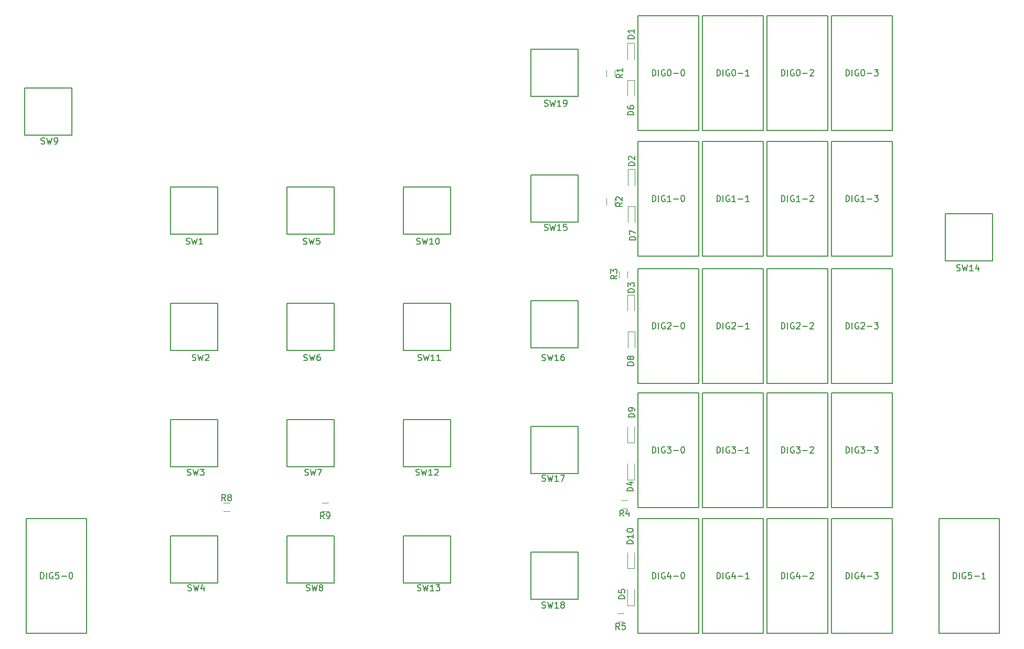
<source format=gto>
G04 #@! TF.FileFunction,Legend,Top*
%FSLAX46Y46*%
G04 Gerber Fmt 4.6, Leading zero omitted, Abs format (unit mm)*
G04 Created by KiCad (PCBNEW 4.0.7) date 01/05/18 00:11:09*
%MOMM*%
%LPD*%
G01*
G04 APERTURE LIST*
%ADD10C,0.100000*%
%ADD11C,0.120000*%
%ADD12C,0.150000*%
G04 APERTURE END LIST*
D10*
D11*
X167050000Y-48600000D02*
X165950000Y-48600000D01*
X165950000Y-48600000D02*
X165950000Y-51200000D01*
X167050000Y-48600000D02*
X167050000Y-51200000D01*
X167150000Y-69000000D02*
X166050000Y-69000000D01*
X166050000Y-69000000D02*
X166050000Y-71600000D01*
X167150000Y-69000000D02*
X167150000Y-71600000D01*
X167117000Y-89300000D02*
X166017000Y-89300000D01*
X166017000Y-89300000D02*
X166017000Y-91900000D01*
X167117000Y-89300000D02*
X167117000Y-91900000D01*
X166017000Y-119204000D02*
X167117000Y-119204000D01*
X167117000Y-119204000D02*
X167117000Y-116604000D01*
X166017000Y-119204000D02*
X166017000Y-116604000D01*
X166017000Y-139524000D02*
X167117000Y-139524000D01*
X167117000Y-139524000D02*
X167117000Y-136924000D01*
X166017000Y-139524000D02*
X166017000Y-136924000D01*
X167050000Y-54600000D02*
X165950000Y-54600000D01*
X165950000Y-54600000D02*
X165950000Y-57200000D01*
X167050000Y-54600000D02*
X167050000Y-57200000D01*
X167150000Y-75000000D02*
X166050000Y-75000000D01*
X166050000Y-75000000D02*
X166050000Y-77600000D01*
X167150000Y-75000000D02*
X167150000Y-77600000D01*
X167150000Y-95300000D02*
X166050000Y-95300000D01*
X166050000Y-95300000D02*
X166050000Y-97900000D01*
X167150000Y-95300000D02*
X167150000Y-97900000D01*
X166017000Y-113250000D02*
X167117000Y-113250000D01*
X167117000Y-113250000D02*
X167117000Y-110650000D01*
X166017000Y-113250000D02*
X166017000Y-110650000D01*
X166017000Y-133570000D02*
X167117000Y-133570000D01*
X167117000Y-133570000D02*
X167117000Y-130970000D01*
X166017000Y-133570000D02*
X166017000Y-130970000D01*
D12*
X177497000Y-44267000D02*
X177497000Y-62667000D01*
X167697000Y-44267000D02*
X167697000Y-62667000D01*
X177497000Y-44217000D02*
X167697000Y-44217000D01*
X177497000Y-62717000D02*
X167697000Y-62717000D01*
X187911000Y-44267000D02*
X187911000Y-62667000D01*
X178111000Y-44267000D02*
X178111000Y-62667000D01*
X187911000Y-44217000D02*
X178111000Y-44217000D01*
X187911000Y-62717000D02*
X178111000Y-62717000D01*
X198325000Y-44267000D02*
X198325000Y-62667000D01*
X188525000Y-44267000D02*
X188525000Y-62667000D01*
X198325000Y-44217000D02*
X188525000Y-44217000D01*
X198325000Y-62717000D02*
X188525000Y-62717000D01*
X208739000Y-44267000D02*
X208739000Y-62667000D01*
X198939000Y-44267000D02*
X198939000Y-62667000D01*
X208739000Y-44217000D02*
X198939000Y-44217000D01*
X208739000Y-62717000D02*
X198939000Y-62717000D01*
X177497000Y-64587000D02*
X177497000Y-82987000D01*
X167697000Y-64587000D02*
X167697000Y-82987000D01*
X177497000Y-64537000D02*
X167697000Y-64537000D01*
X177497000Y-83037000D02*
X167697000Y-83037000D01*
X187911000Y-64587000D02*
X187911000Y-82987000D01*
X178111000Y-64587000D02*
X178111000Y-82987000D01*
X187911000Y-64537000D02*
X178111000Y-64537000D01*
X187911000Y-83037000D02*
X178111000Y-83037000D01*
X198325000Y-64587000D02*
X198325000Y-82987000D01*
X188525000Y-64587000D02*
X188525000Y-82987000D01*
X198325000Y-64537000D02*
X188525000Y-64537000D01*
X198325000Y-83037000D02*
X188525000Y-83037000D01*
X208739000Y-64587000D02*
X208739000Y-82987000D01*
X198939000Y-64587000D02*
X198939000Y-82987000D01*
X208739000Y-64537000D02*
X198939000Y-64537000D01*
X208739000Y-83037000D02*
X198939000Y-83037000D01*
X177497000Y-85161000D02*
X177497000Y-103561000D01*
X167697000Y-85161000D02*
X167697000Y-103561000D01*
X177497000Y-85111000D02*
X167697000Y-85111000D01*
X177497000Y-103611000D02*
X167697000Y-103611000D01*
X187911000Y-85161000D02*
X187911000Y-103561000D01*
X178111000Y-85161000D02*
X178111000Y-103561000D01*
X187911000Y-85111000D02*
X178111000Y-85111000D01*
X187911000Y-103611000D02*
X178111000Y-103611000D01*
X198325000Y-85161000D02*
X198325000Y-103561000D01*
X188525000Y-85161000D02*
X188525000Y-103561000D01*
X198325000Y-85111000D02*
X188525000Y-85111000D01*
X198325000Y-103611000D02*
X188525000Y-103611000D01*
X208739000Y-85161000D02*
X208739000Y-103561000D01*
X198939000Y-85161000D02*
X198939000Y-103561000D01*
X208739000Y-85111000D02*
X198939000Y-85111000D01*
X208739000Y-103611000D02*
X198939000Y-103611000D01*
X177497000Y-105227000D02*
X177497000Y-123627000D01*
X167697000Y-105227000D02*
X167697000Y-123627000D01*
X177497000Y-105177000D02*
X167697000Y-105177000D01*
X177497000Y-123677000D02*
X167697000Y-123677000D01*
X187911000Y-105227000D02*
X187911000Y-123627000D01*
X178111000Y-105227000D02*
X178111000Y-123627000D01*
X187911000Y-105177000D02*
X178111000Y-105177000D01*
X187911000Y-123677000D02*
X178111000Y-123677000D01*
X198325000Y-105227000D02*
X198325000Y-123627000D01*
X188525000Y-105227000D02*
X188525000Y-123627000D01*
X198325000Y-105177000D02*
X188525000Y-105177000D01*
X198325000Y-123677000D02*
X188525000Y-123677000D01*
X208739000Y-105227000D02*
X208739000Y-123627000D01*
X198939000Y-105227000D02*
X198939000Y-123627000D01*
X208739000Y-105177000D02*
X198939000Y-105177000D01*
X208739000Y-123677000D02*
X198939000Y-123677000D01*
X177497000Y-125547000D02*
X177497000Y-143947000D01*
X167697000Y-125547000D02*
X167697000Y-143947000D01*
X177497000Y-125497000D02*
X167697000Y-125497000D01*
X177497000Y-143997000D02*
X167697000Y-143997000D01*
X187911000Y-125547000D02*
X187911000Y-143947000D01*
X178111000Y-125547000D02*
X178111000Y-143947000D01*
X187911000Y-125497000D02*
X178111000Y-125497000D01*
X187911000Y-143997000D02*
X178111000Y-143997000D01*
X198325000Y-125547000D02*
X198325000Y-143947000D01*
X188525000Y-125547000D02*
X188525000Y-143947000D01*
X198325000Y-125497000D02*
X188525000Y-125497000D01*
X198325000Y-143997000D02*
X188525000Y-143997000D01*
X208739000Y-125547000D02*
X208739000Y-143947000D01*
X198939000Y-125547000D02*
X198939000Y-143947000D01*
X208739000Y-125497000D02*
X198939000Y-125497000D01*
X208739000Y-143997000D02*
X198939000Y-143997000D01*
X78719000Y-125547000D02*
X78719000Y-143947000D01*
X68919000Y-125547000D02*
X68919000Y-143947000D01*
X78719000Y-125497000D02*
X68919000Y-125497000D01*
X78719000Y-143997000D02*
X68919000Y-143997000D01*
X226039000Y-125547000D02*
X226039000Y-143947000D01*
X216239000Y-125547000D02*
X216239000Y-143947000D01*
X226039000Y-125497000D02*
X216239000Y-125497000D01*
X226039000Y-143997000D02*
X216239000Y-143997000D01*
D11*
X162620000Y-54000000D02*
X162620000Y-53000000D01*
X163980000Y-53000000D02*
X163980000Y-54000000D01*
X162570000Y-74750000D02*
X162570000Y-73750000D01*
X163930000Y-73750000D02*
X163930000Y-74750000D01*
X165980000Y-85500000D02*
X165980000Y-86500000D01*
X164620000Y-86500000D02*
X164620000Y-85500000D01*
X165024000Y-122520000D02*
X166024000Y-122520000D01*
X166024000Y-123880000D02*
X165024000Y-123880000D01*
X164400000Y-140820000D02*
X165400000Y-140820000D01*
X165400000Y-142180000D02*
X164400000Y-142180000D01*
D12*
X99854000Y-71882000D02*
X92234000Y-71882000D01*
X92234000Y-71882000D02*
X92234000Y-79502000D01*
X92234000Y-79502000D02*
X99854000Y-79502000D01*
X99854000Y-79502000D02*
X99854000Y-71882000D01*
X99854000Y-90678000D02*
X92234000Y-90678000D01*
X92234000Y-90678000D02*
X92234000Y-98298000D01*
X92234000Y-98298000D02*
X99854000Y-98298000D01*
X99854000Y-98298000D02*
X99854000Y-90678000D01*
X99854000Y-109474000D02*
X92234000Y-109474000D01*
X92234000Y-109474000D02*
X92234000Y-117094000D01*
X92234000Y-117094000D02*
X99854000Y-117094000D01*
X99854000Y-117094000D02*
X99854000Y-109474000D01*
X92234000Y-135890000D02*
X99854000Y-135890000D01*
X99854000Y-135890000D02*
X99854000Y-128270000D01*
X99854000Y-128270000D02*
X92234000Y-128270000D01*
X92234000Y-128270000D02*
X92234000Y-135890000D01*
X118650000Y-71882000D02*
X111030000Y-71882000D01*
X111030000Y-71882000D02*
X111030000Y-79502000D01*
X111030000Y-79502000D02*
X118650000Y-79502000D01*
X118650000Y-79502000D02*
X118650000Y-71882000D01*
X118650000Y-90678000D02*
X111030000Y-90678000D01*
X111030000Y-90678000D02*
X111030000Y-98298000D01*
X111030000Y-98298000D02*
X118650000Y-98298000D01*
X118650000Y-98298000D02*
X118650000Y-90678000D01*
X118650000Y-109474000D02*
X111030000Y-109474000D01*
X111030000Y-109474000D02*
X111030000Y-117094000D01*
X111030000Y-117094000D02*
X118650000Y-117094000D01*
X118650000Y-117094000D02*
X118650000Y-109474000D01*
X111030000Y-135890000D02*
X118650000Y-135890000D01*
X118650000Y-135890000D02*
X118650000Y-128270000D01*
X118650000Y-128270000D02*
X111030000Y-128270000D01*
X111030000Y-128270000D02*
X111030000Y-135890000D01*
X76359000Y-55880000D02*
X68739000Y-55880000D01*
X68739000Y-55880000D02*
X68739000Y-63500000D01*
X68739000Y-63500000D02*
X76359000Y-63500000D01*
X76359000Y-63500000D02*
X76359000Y-55880000D01*
X137446000Y-71882000D02*
X129826000Y-71882000D01*
X129826000Y-71882000D02*
X129826000Y-79502000D01*
X129826000Y-79502000D02*
X137446000Y-79502000D01*
X137446000Y-79502000D02*
X137446000Y-71882000D01*
X137446000Y-90678000D02*
X129826000Y-90678000D01*
X129826000Y-90678000D02*
X129826000Y-98298000D01*
X129826000Y-98298000D02*
X137446000Y-98298000D01*
X137446000Y-98298000D02*
X137446000Y-90678000D01*
X137446000Y-109474000D02*
X129826000Y-109474000D01*
X129826000Y-109474000D02*
X129826000Y-117094000D01*
X129826000Y-117094000D02*
X137446000Y-117094000D01*
X137446000Y-117094000D02*
X137446000Y-109474000D01*
X129826000Y-135890000D02*
X137446000Y-135890000D01*
X137446000Y-135890000D02*
X137446000Y-128270000D01*
X137446000Y-128270000D02*
X129826000Y-128270000D01*
X129826000Y-128270000D02*
X129826000Y-135890000D01*
X224949000Y-83820000D02*
X224949000Y-76200000D01*
X224949000Y-76200000D02*
X217329000Y-76200000D01*
X217329000Y-76200000D02*
X217329000Y-83820000D01*
X217329000Y-83820000D02*
X224949000Y-83820000D01*
X158020000Y-77597000D02*
X158020000Y-69977000D01*
X158020000Y-69977000D02*
X150400000Y-69977000D01*
X150400000Y-69977000D02*
X150400000Y-77597000D01*
X150400000Y-77597000D02*
X158020000Y-77597000D01*
X158020000Y-97917000D02*
X158020000Y-90297000D01*
X158020000Y-90297000D02*
X150400000Y-90297000D01*
X150400000Y-90297000D02*
X150400000Y-97917000D01*
X150400000Y-97917000D02*
X158020000Y-97917000D01*
X158020000Y-118237000D02*
X158020000Y-110617000D01*
X158020000Y-110617000D02*
X150400000Y-110617000D01*
X150400000Y-110617000D02*
X150400000Y-118237000D01*
X150400000Y-118237000D02*
X158020000Y-118237000D01*
X158020000Y-138557000D02*
X158020000Y-130937000D01*
X158020000Y-130937000D02*
X150400000Y-130937000D01*
X150400000Y-130937000D02*
X150400000Y-138557000D01*
X150400000Y-138557000D02*
X158020000Y-138557000D01*
X158020000Y-49657000D02*
X150400000Y-49657000D01*
X150400000Y-49657000D02*
X150400000Y-57277000D01*
X150400000Y-57277000D02*
X158020000Y-57277000D01*
X158020000Y-57277000D02*
X158020000Y-49657000D01*
D11*
X101800000Y-124280000D02*
X100800000Y-124280000D01*
X100800000Y-122920000D02*
X101800000Y-122920000D01*
X116700000Y-122920000D02*
X117700000Y-122920000D01*
X117700000Y-124280000D02*
X116700000Y-124280000D01*
D12*
X167052381Y-47938095D02*
X166052381Y-47938095D01*
X166052381Y-47700000D01*
X166100000Y-47557142D01*
X166195238Y-47461904D01*
X166290476Y-47414285D01*
X166480952Y-47366666D01*
X166623810Y-47366666D01*
X166814286Y-47414285D01*
X166909524Y-47461904D01*
X167004762Y-47557142D01*
X167052381Y-47700000D01*
X167052381Y-47938095D01*
X167052381Y-46414285D02*
X167052381Y-46985714D01*
X167052381Y-46700000D02*
X166052381Y-46700000D01*
X166195238Y-46795238D01*
X166290476Y-46890476D01*
X166338095Y-46985714D01*
X167152381Y-68438095D02*
X166152381Y-68438095D01*
X166152381Y-68200000D01*
X166200000Y-68057142D01*
X166295238Y-67961904D01*
X166390476Y-67914285D01*
X166580952Y-67866666D01*
X166723810Y-67866666D01*
X166914286Y-67914285D01*
X167009524Y-67961904D01*
X167104762Y-68057142D01*
X167152381Y-68200000D01*
X167152381Y-68438095D01*
X166247619Y-67485714D02*
X166200000Y-67438095D01*
X166152381Y-67342857D01*
X166152381Y-67104761D01*
X166200000Y-67009523D01*
X166247619Y-66961904D01*
X166342857Y-66914285D01*
X166438095Y-66914285D01*
X166580952Y-66961904D01*
X167152381Y-67533333D01*
X167152381Y-66914285D01*
X167102381Y-88888095D02*
X166102381Y-88888095D01*
X166102381Y-88650000D01*
X166150000Y-88507142D01*
X166245238Y-88411904D01*
X166340476Y-88364285D01*
X166530952Y-88316666D01*
X166673810Y-88316666D01*
X166864286Y-88364285D01*
X166959524Y-88411904D01*
X167054762Y-88507142D01*
X167102381Y-88650000D01*
X167102381Y-88888095D01*
X166102381Y-87983333D02*
X166102381Y-87364285D01*
X166483333Y-87697619D01*
X166483333Y-87554761D01*
X166530952Y-87459523D01*
X166578571Y-87411904D01*
X166673810Y-87364285D01*
X166911905Y-87364285D01*
X167007143Y-87411904D01*
X167054762Y-87459523D01*
X167102381Y-87554761D01*
X167102381Y-87840476D01*
X167054762Y-87935714D01*
X167007143Y-87983333D01*
X166902381Y-121038095D02*
X165902381Y-121038095D01*
X165902381Y-120800000D01*
X165950000Y-120657142D01*
X166045238Y-120561904D01*
X166140476Y-120514285D01*
X166330952Y-120466666D01*
X166473810Y-120466666D01*
X166664286Y-120514285D01*
X166759524Y-120561904D01*
X166854762Y-120657142D01*
X166902381Y-120800000D01*
X166902381Y-121038095D01*
X166235714Y-119609523D02*
X166902381Y-119609523D01*
X165854762Y-119847619D02*
X166569048Y-120085714D01*
X166569048Y-119466666D01*
X165569381Y-138462095D02*
X164569381Y-138462095D01*
X164569381Y-138224000D01*
X164617000Y-138081142D01*
X164712238Y-137985904D01*
X164807476Y-137938285D01*
X164997952Y-137890666D01*
X165140810Y-137890666D01*
X165331286Y-137938285D01*
X165426524Y-137985904D01*
X165521762Y-138081142D01*
X165569381Y-138224000D01*
X165569381Y-138462095D01*
X164569381Y-136985904D02*
X164569381Y-137462095D01*
X165045571Y-137509714D01*
X164997952Y-137462095D01*
X164950333Y-137366857D01*
X164950333Y-137128761D01*
X164997952Y-137033523D01*
X165045571Y-136985904D01*
X165140810Y-136938285D01*
X165378905Y-136938285D01*
X165474143Y-136985904D01*
X165521762Y-137033523D01*
X165569381Y-137128761D01*
X165569381Y-137366857D01*
X165521762Y-137462095D01*
X165474143Y-137509714D01*
X167002381Y-60238095D02*
X166002381Y-60238095D01*
X166002381Y-60000000D01*
X166050000Y-59857142D01*
X166145238Y-59761904D01*
X166240476Y-59714285D01*
X166430952Y-59666666D01*
X166573810Y-59666666D01*
X166764286Y-59714285D01*
X166859524Y-59761904D01*
X166954762Y-59857142D01*
X167002381Y-60000000D01*
X167002381Y-60238095D01*
X166002381Y-58809523D02*
X166002381Y-59000000D01*
X166050000Y-59095238D01*
X166097619Y-59142857D01*
X166240476Y-59238095D01*
X166430952Y-59285714D01*
X166811905Y-59285714D01*
X166907143Y-59238095D01*
X166954762Y-59190476D01*
X167002381Y-59095238D01*
X167002381Y-58904761D01*
X166954762Y-58809523D01*
X166907143Y-58761904D01*
X166811905Y-58714285D01*
X166573810Y-58714285D01*
X166478571Y-58761904D01*
X166430952Y-58809523D01*
X166383333Y-58904761D01*
X166383333Y-59095238D01*
X166430952Y-59190476D01*
X166478571Y-59238095D01*
X166573810Y-59285714D01*
X167302381Y-80488095D02*
X166302381Y-80488095D01*
X166302381Y-80250000D01*
X166350000Y-80107142D01*
X166445238Y-80011904D01*
X166540476Y-79964285D01*
X166730952Y-79916666D01*
X166873810Y-79916666D01*
X167064286Y-79964285D01*
X167159524Y-80011904D01*
X167254762Y-80107142D01*
X167302381Y-80250000D01*
X167302381Y-80488095D01*
X166302381Y-79583333D02*
X166302381Y-78916666D01*
X167302381Y-79345238D01*
X167002381Y-100738095D02*
X166002381Y-100738095D01*
X166002381Y-100500000D01*
X166050000Y-100357142D01*
X166145238Y-100261904D01*
X166240476Y-100214285D01*
X166430952Y-100166666D01*
X166573810Y-100166666D01*
X166764286Y-100214285D01*
X166859524Y-100261904D01*
X166954762Y-100357142D01*
X167002381Y-100500000D01*
X167002381Y-100738095D01*
X166430952Y-99595238D02*
X166383333Y-99690476D01*
X166335714Y-99738095D01*
X166240476Y-99785714D01*
X166192857Y-99785714D01*
X166097619Y-99738095D01*
X166050000Y-99690476D01*
X166002381Y-99595238D01*
X166002381Y-99404761D01*
X166050000Y-99309523D01*
X166097619Y-99261904D01*
X166192857Y-99214285D01*
X166240476Y-99214285D01*
X166335714Y-99261904D01*
X166383333Y-99309523D01*
X166430952Y-99404761D01*
X166430952Y-99595238D01*
X166478571Y-99690476D01*
X166526190Y-99738095D01*
X166621429Y-99785714D01*
X166811905Y-99785714D01*
X166907143Y-99738095D01*
X166954762Y-99690476D01*
X167002381Y-99595238D01*
X167002381Y-99404761D01*
X166954762Y-99309523D01*
X166907143Y-99261904D01*
X166811905Y-99214285D01*
X166621429Y-99214285D01*
X166526190Y-99261904D01*
X166478571Y-99309523D01*
X166430952Y-99404761D01*
X167152381Y-109088095D02*
X166152381Y-109088095D01*
X166152381Y-108850000D01*
X166200000Y-108707142D01*
X166295238Y-108611904D01*
X166390476Y-108564285D01*
X166580952Y-108516666D01*
X166723810Y-108516666D01*
X166914286Y-108564285D01*
X167009524Y-108611904D01*
X167104762Y-108707142D01*
X167152381Y-108850000D01*
X167152381Y-109088095D01*
X167152381Y-108040476D02*
X167152381Y-107850000D01*
X167104762Y-107754761D01*
X167057143Y-107707142D01*
X166914286Y-107611904D01*
X166723810Y-107564285D01*
X166342857Y-107564285D01*
X166247619Y-107611904D01*
X166200000Y-107659523D01*
X166152381Y-107754761D01*
X166152381Y-107945238D01*
X166200000Y-108040476D01*
X166247619Y-108088095D01*
X166342857Y-108135714D01*
X166580952Y-108135714D01*
X166676190Y-108088095D01*
X166723810Y-108040476D01*
X166771429Y-107945238D01*
X166771429Y-107754761D01*
X166723810Y-107659523D01*
X166676190Y-107611904D01*
X166580952Y-107564285D01*
X166902381Y-129564286D02*
X165902381Y-129564286D01*
X165902381Y-129326191D01*
X165950000Y-129183333D01*
X166045238Y-129088095D01*
X166140476Y-129040476D01*
X166330952Y-128992857D01*
X166473810Y-128992857D01*
X166664286Y-129040476D01*
X166759524Y-129088095D01*
X166854762Y-129183333D01*
X166902381Y-129326191D01*
X166902381Y-129564286D01*
X166902381Y-128040476D02*
X166902381Y-128611905D01*
X166902381Y-128326191D02*
X165902381Y-128326191D01*
X166045238Y-128421429D01*
X166140476Y-128516667D01*
X166188095Y-128611905D01*
X165902381Y-127421429D02*
X165902381Y-127326190D01*
X165950000Y-127230952D01*
X165997619Y-127183333D01*
X166092857Y-127135714D01*
X166283333Y-127088095D01*
X166521429Y-127088095D01*
X166711905Y-127135714D01*
X166807143Y-127183333D01*
X166854762Y-127230952D01*
X166902381Y-127326190D01*
X166902381Y-127421429D01*
X166854762Y-127516667D01*
X166807143Y-127564286D01*
X166711905Y-127611905D01*
X166521429Y-127659524D01*
X166283333Y-127659524D01*
X166092857Y-127611905D01*
X165997619Y-127564286D01*
X165950000Y-127516667D01*
X165902381Y-127421429D01*
X170025572Y-53919381D02*
X170025572Y-52919381D01*
X170263667Y-52919381D01*
X170406525Y-52967000D01*
X170501763Y-53062238D01*
X170549382Y-53157476D01*
X170597001Y-53347952D01*
X170597001Y-53490810D01*
X170549382Y-53681286D01*
X170501763Y-53776524D01*
X170406525Y-53871762D01*
X170263667Y-53919381D01*
X170025572Y-53919381D01*
X171025572Y-53919381D02*
X171025572Y-52919381D01*
X172025572Y-52967000D02*
X171930334Y-52919381D01*
X171787477Y-52919381D01*
X171644619Y-52967000D01*
X171549381Y-53062238D01*
X171501762Y-53157476D01*
X171454143Y-53347952D01*
X171454143Y-53490810D01*
X171501762Y-53681286D01*
X171549381Y-53776524D01*
X171644619Y-53871762D01*
X171787477Y-53919381D01*
X171882715Y-53919381D01*
X172025572Y-53871762D01*
X172073191Y-53824143D01*
X172073191Y-53490810D01*
X171882715Y-53490810D01*
X172692238Y-52919381D02*
X172787477Y-52919381D01*
X172882715Y-52967000D01*
X172930334Y-53014619D01*
X172977953Y-53109857D01*
X173025572Y-53300333D01*
X173025572Y-53538429D01*
X172977953Y-53728905D01*
X172930334Y-53824143D01*
X172882715Y-53871762D01*
X172787477Y-53919381D01*
X172692238Y-53919381D01*
X172597000Y-53871762D01*
X172549381Y-53824143D01*
X172501762Y-53728905D01*
X172454143Y-53538429D01*
X172454143Y-53300333D01*
X172501762Y-53109857D01*
X172549381Y-53014619D01*
X172597000Y-52967000D01*
X172692238Y-52919381D01*
X173454143Y-53538429D02*
X174216048Y-53538429D01*
X174882714Y-52919381D02*
X174977953Y-52919381D01*
X175073191Y-52967000D01*
X175120810Y-53014619D01*
X175168429Y-53109857D01*
X175216048Y-53300333D01*
X175216048Y-53538429D01*
X175168429Y-53728905D01*
X175120810Y-53824143D01*
X175073191Y-53871762D01*
X174977953Y-53919381D01*
X174882714Y-53919381D01*
X174787476Y-53871762D01*
X174739857Y-53824143D01*
X174692238Y-53728905D01*
X174644619Y-53538429D01*
X174644619Y-53300333D01*
X174692238Y-53109857D01*
X174739857Y-53014619D01*
X174787476Y-52967000D01*
X174882714Y-52919381D01*
X180439572Y-53919381D02*
X180439572Y-52919381D01*
X180677667Y-52919381D01*
X180820525Y-52967000D01*
X180915763Y-53062238D01*
X180963382Y-53157476D01*
X181011001Y-53347952D01*
X181011001Y-53490810D01*
X180963382Y-53681286D01*
X180915763Y-53776524D01*
X180820525Y-53871762D01*
X180677667Y-53919381D01*
X180439572Y-53919381D01*
X181439572Y-53919381D02*
X181439572Y-52919381D01*
X182439572Y-52967000D02*
X182344334Y-52919381D01*
X182201477Y-52919381D01*
X182058619Y-52967000D01*
X181963381Y-53062238D01*
X181915762Y-53157476D01*
X181868143Y-53347952D01*
X181868143Y-53490810D01*
X181915762Y-53681286D01*
X181963381Y-53776524D01*
X182058619Y-53871762D01*
X182201477Y-53919381D01*
X182296715Y-53919381D01*
X182439572Y-53871762D01*
X182487191Y-53824143D01*
X182487191Y-53490810D01*
X182296715Y-53490810D01*
X183106238Y-52919381D02*
X183201477Y-52919381D01*
X183296715Y-52967000D01*
X183344334Y-53014619D01*
X183391953Y-53109857D01*
X183439572Y-53300333D01*
X183439572Y-53538429D01*
X183391953Y-53728905D01*
X183344334Y-53824143D01*
X183296715Y-53871762D01*
X183201477Y-53919381D01*
X183106238Y-53919381D01*
X183011000Y-53871762D01*
X182963381Y-53824143D01*
X182915762Y-53728905D01*
X182868143Y-53538429D01*
X182868143Y-53300333D01*
X182915762Y-53109857D01*
X182963381Y-53014619D01*
X183011000Y-52967000D01*
X183106238Y-52919381D01*
X183868143Y-53538429D02*
X184630048Y-53538429D01*
X185630048Y-53919381D02*
X185058619Y-53919381D01*
X185344333Y-53919381D02*
X185344333Y-52919381D01*
X185249095Y-53062238D01*
X185153857Y-53157476D01*
X185058619Y-53205095D01*
X190853572Y-53919381D02*
X190853572Y-52919381D01*
X191091667Y-52919381D01*
X191234525Y-52967000D01*
X191329763Y-53062238D01*
X191377382Y-53157476D01*
X191425001Y-53347952D01*
X191425001Y-53490810D01*
X191377382Y-53681286D01*
X191329763Y-53776524D01*
X191234525Y-53871762D01*
X191091667Y-53919381D01*
X190853572Y-53919381D01*
X191853572Y-53919381D02*
X191853572Y-52919381D01*
X192853572Y-52967000D02*
X192758334Y-52919381D01*
X192615477Y-52919381D01*
X192472619Y-52967000D01*
X192377381Y-53062238D01*
X192329762Y-53157476D01*
X192282143Y-53347952D01*
X192282143Y-53490810D01*
X192329762Y-53681286D01*
X192377381Y-53776524D01*
X192472619Y-53871762D01*
X192615477Y-53919381D01*
X192710715Y-53919381D01*
X192853572Y-53871762D01*
X192901191Y-53824143D01*
X192901191Y-53490810D01*
X192710715Y-53490810D01*
X193520238Y-52919381D02*
X193615477Y-52919381D01*
X193710715Y-52967000D01*
X193758334Y-53014619D01*
X193805953Y-53109857D01*
X193853572Y-53300333D01*
X193853572Y-53538429D01*
X193805953Y-53728905D01*
X193758334Y-53824143D01*
X193710715Y-53871762D01*
X193615477Y-53919381D01*
X193520238Y-53919381D01*
X193425000Y-53871762D01*
X193377381Y-53824143D01*
X193329762Y-53728905D01*
X193282143Y-53538429D01*
X193282143Y-53300333D01*
X193329762Y-53109857D01*
X193377381Y-53014619D01*
X193425000Y-52967000D01*
X193520238Y-52919381D01*
X194282143Y-53538429D02*
X195044048Y-53538429D01*
X195472619Y-53014619D02*
X195520238Y-52967000D01*
X195615476Y-52919381D01*
X195853572Y-52919381D01*
X195948810Y-52967000D01*
X195996429Y-53014619D01*
X196044048Y-53109857D01*
X196044048Y-53205095D01*
X195996429Y-53347952D01*
X195425000Y-53919381D01*
X196044048Y-53919381D01*
X201267572Y-53919381D02*
X201267572Y-52919381D01*
X201505667Y-52919381D01*
X201648525Y-52967000D01*
X201743763Y-53062238D01*
X201791382Y-53157476D01*
X201839001Y-53347952D01*
X201839001Y-53490810D01*
X201791382Y-53681286D01*
X201743763Y-53776524D01*
X201648525Y-53871762D01*
X201505667Y-53919381D01*
X201267572Y-53919381D01*
X202267572Y-53919381D02*
X202267572Y-52919381D01*
X203267572Y-52967000D02*
X203172334Y-52919381D01*
X203029477Y-52919381D01*
X202886619Y-52967000D01*
X202791381Y-53062238D01*
X202743762Y-53157476D01*
X202696143Y-53347952D01*
X202696143Y-53490810D01*
X202743762Y-53681286D01*
X202791381Y-53776524D01*
X202886619Y-53871762D01*
X203029477Y-53919381D01*
X203124715Y-53919381D01*
X203267572Y-53871762D01*
X203315191Y-53824143D01*
X203315191Y-53490810D01*
X203124715Y-53490810D01*
X203934238Y-52919381D02*
X204029477Y-52919381D01*
X204124715Y-52967000D01*
X204172334Y-53014619D01*
X204219953Y-53109857D01*
X204267572Y-53300333D01*
X204267572Y-53538429D01*
X204219953Y-53728905D01*
X204172334Y-53824143D01*
X204124715Y-53871762D01*
X204029477Y-53919381D01*
X203934238Y-53919381D01*
X203839000Y-53871762D01*
X203791381Y-53824143D01*
X203743762Y-53728905D01*
X203696143Y-53538429D01*
X203696143Y-53300333D01*
X203743762Y-53109857D01*
X203791381Y-53014619D01*
X203839000Y-52967000D01*
X203934238Y-52919381D01*
X204696143Y-53538429D02*
X205458048Y-53538429D01*
X205839000Y-52919381D02*
X206458048Y-52919381D01*
X206124714Y-53300333D01*
X206267572Y-53300333D01*
X206362810Y-53347952D01*
X206410429Y-53395571D01*
X206458048Y-53490810D01*
X206458048Y-53728905D01*
X206410429Y-53824143D01*
X206362810Y-53871762D01*
X206267572Y-53919381D01*
X205981857Y-53919381D01*
X205886619Y-53871762D01*
X205839000Y-53824143D01*
X170025572Y-74239381D02*
X170025572Y-73239381D01*
X170263667Y-73239381D01*
X170406525Y-73287000D01*
X170501763Y-73382238D01*
X170549382Y-73477476D01*
X170597001Y-73667952D01*
X170597001Y-73810810D01*
X170549382Y-74001286D01*
X170501763Y-74096524D01*
X170406525Y-74191762D01*
X170263667Y-74239381D01*
X170025572Y-74239381D01*
X171025572Y-74239381D02*
X171025572Y-73239381D01*
X172025572Y-73287000D02*
X171930334Y-73239381D01*
X171787477Y-73239381D01*
X171644619Y-73287000D01*
X171549381Y-73382238D01*
X171501762Y-73477476D01*
X171454143Y-73667952D01*
X171454143Y-73810810D01*
X171501762Y-74001286D01*
X171549381Y-74096524D01*
X171644619Y-74191762D01*
X171787477Y-74239381D01*
X171882715Y-74239381D01*
X172025572Y-74191762D01*
X172073191Y-74144143D01*
X172073191Y-73810810D01*
X171882715Y-73810810D01*
X173025572Y-74239381D02*
X172454143Y-74239381D01*
X172739857Y-74239381D02*
X172739857Y-73239381D01*
X172644619Y-73382238D01*
X172549381Y-73477476D01*
X172454143Y-73525095D01*
X173454143Y-73858429D02*
X174216048Y-73858429D01*
X174882714Y-73239381D02*
X174977953Y-73239381D01*
X175073191Y-73287000D01*
X175120810Y-73334619D01*
X175168429Y-73429857D01*
X175216048Y-73620333D01*
X175216048Y-73858429D01*
X175168429Y-74048905D01*
X175120810Y-74144143D01*
X175073191Y-74191762D01*
X174977953Y-74239381D01*
X174882714Y-74239381D01*
X174787476Y-74191762D01*
X174739857Y-74144143D01*
X174692238Y-74048905D01*
X174644619Y-73858429D01*
X174644619Y-73620333D01*
X174692238Y-73429857D01*
X174739857Y-73334619D01*
X174787476Y-73287000D01*
X174882714Y-73239381D01*
X180439572Y-74239381D02*
X180439572Y-73239381D01*
X180677667Y-73239381D01*
X180820525Y-73287000D01*
X180915763Y-73382238D01*
X180963382Y-73477476D01*
X181011001Y-73667952D01*
X181011001Y-73810810D01*
X180963382Y-74001286D01*
X180915763Y-74096524D01*
X180820525Y-74191762D01*
X180677667Y-74239381D01*
X180439572Y-74239381D01*
X181439572Y-74239381D02*
X181439572Y-73239381D01*
X182439572Y-73287000D02*
X182344334Y-73239381D01*
X182201477Y-73239381D01*
X182058619Y-73287000D01*
X181963381Y-73382238D01*
X181915762Y-73477476D01*
X181868143Y-73667952D01*
X181868143Y-73810810D01*
X181915762Y-74001286D01*
X181963381Y-74096524D01*
X182058619Y-74191762D01*
X182201477Y-74239381D01*
X182296715Y-74239381D01*
X182439572Y-74191762D01*
X182487191Y-74144143D01*
X182487191Y-73810810D01*
X182296715Y-73810810D01*
X183439572Y-74239381D02*
X182868143Y-74239381D01*
X183153857Y-74239381D02*
X183153857Y-73239381D01*
X183058619Y-73382238D01*
X182963381Y-73477476D01*
X182868143Y-73525095D01*
X183868143Y-73858429D02*
X184630048Y-73858429D01*
X185630048Y-74239381D02*
X185058619Y-74239381D01*
X185344333Y-74239381D02*
X185344333Y-73239381D01*
X185249095Y-73382238D01*
X185153857Y-73477476D01*
X185058619Y-73525095D01*
X190853572Y-74239381D02*
X190853572Y-73239381D01*
X191091667Y-73239381D01*
X191234525Y-73287000D01*
X191329763Y-73382238D01*
X191377382Y-73477476D01*
X191425001Y-73667952D01*
X191425001Y-73810810D01*
X191377382Y-74001286D01*
X191329763Y-74096524D01*
X191234525Y-74191762D01*
X191091667Y-74239381D01*
X190853572Y-74239381D01*
X191853572Y-74239381D02*
X191853572Y-73239381D01*
X192853572Y-73287000D02*
X192758334Y-73239381D01*
X192615477Y-73239381D01*
X192472619Y-73287000D01*
X192377381Y-73382238D01*
X192329762Y-73477476D01*
X192282143Y-73667952D01*
X192282143Y-73810810D01*
X192329762Y-74001286D01*
X192377381Y-74096524D01*
X192472619Y-74191762D01*
X192615477Y-74239381D01*
X192710715Y-74239381D01*
X192853572Y-74191762D01*
X192901191Y-74144143D01*
X192901191Y-73810810D01*
X192710715Y-73810810D01*
X193853572Y-74239381D02*
X193282143Y-74239381D01*
X193567857Y-74239381D02*
X193567857Y-73239381D01*
X193472619Y-73382238D01*
X193377381Y-73477476D01*
X193282143Y-73525095D01*
X194282143Y-73858429D02*
X195044048Y-73858429D01*
X195472619Y-73334619D02*
X195520238Y-73287000D01*
X195615476Y-73239381D01*
X195853572Y-73239381D01*
X195948810Y-73287000D01*
X195996429Y-73334619D01*
X196044048Y-73429857D01*
X196044048Y-73525095D01*
X195996429Y-73667952D01*
X195425000Y-74239381D01*
X196044048Y-74239381D01*
X201267572Y-74239381D02*
X201267572Y-73239381D01*
X201505667Y-73239381D01*
X201648525Y-73287000D01*
X201743763Y-73382238D01*
X201791382Y-73477476D01*
X201839001Y-73667952D01*
X201839001Y-73810810D01*
X201791382Y-74001286D01*
X201743763Y-74096524D01*
X201648525Y-74191762D01*
X201505667Y-74239381D01*
X201267572Y-74239381D01*
X202267572Y-74239381D02*
X202267572Y-73239381D01*
X203267572Y-73287000D02*
X203172334Y-73239381D01*
X203029477Y-73239381D01*
X202886619Y-73287000D01*
X202791381Y-73382238D01*
X202743762Y-73477476D01*
X202696143Y-73667952D01*
X202696143Y-73810810D01*
X202743762Y-74001286D01*
X202791381Y-74096524D01*
X202886619Y-74191762D01*
X203029477Y-74239381D01*
X203124715Y-74239381D01*
X203267572Y-74191762D01*
X203315191Y-74144143D01*
X203315191Y-73810810D01*
X203124715Y-73810810D01*
X204267572Y-74239381D02*
X203696143Y-74239381D01*
X203981857Y-74239381D02*
X203981857Y-73239381D01*
X203886619Y-73382238D01*
X203791381Y-73477476D01*
X203696143Y-73525095D01*
X204696143Y-73858429D02*
X205458048Y-73858429D01*
X205839000Y-73239381D02*
X206458048Y-73239381D01*
X206124714Y-73620333D01*
X206267572Y-73620333D01*
X206362810Y-73667952D01*
X206410429Y-73715571D01*
X206458048Y-73810810D01*
X206458048Y-74048905D01*
X206410429Y-74144143D01*
X206362810Y-74191762D01*
X206267572Y-74239381D01*
X205981857Y-74239381D01*
X205886619Y-74191762D01*
X205839000Y-74144143D01*
X170025572Y-94813381D02*
X170025572Y-93813381D01*
X170263667Y-93813381D01*
X170406525Y-93861000D01*
X170501763Y-93956238D01*
X170549382Y-94051476D01*
X170597001Y-94241952D01*
X170597001Y-94384810D01*
X170549382Y-94575286D01*
X170501763Y-94670524D01*
X170406525Y-94765762D01*
X170263667Y-94813381D01*
X170025572Y-94813381D01*
X171025572Y-94813381D02*
X171025572Y-93813381D01*
X172025572Y-93861000D02*
X171930334Y-93813381D01*
X171787477Y-93813381D01*
X171644619Y-93861000D01*
X171549381Y-93956238D01*
X171501762Y-94051476D01*
X171454143Y-94241952D01*
X171454143Y-94384810D01*
X171501762Y-94575286D01*
X171549381Y-94670524D01*
X171644619Y-94765762D01*
X171787477Y-94813381D01*
X171882715Y-94813381D01*
X172025572Y-94765762D01*
X172073191Y-94718143D01*
X172073191Y-94384810D01*
X171882715Y-94384810D01*
X172454143Y-93908619D02*
X172501762Y-93861000D01*
X172597000Y-93813381D01*
X172835096Y-93813381D01*
X172930334Y-93861000D01*
X172977953Y-93908619D01*
X173025572Y-94003857D01*
X173025572Y-94099095D01*
X172977953Y-94241952D01*
X172406524Y-94813381D01*
X173025572Y-94813381D01*
X173454143Y-94432429D02*
X174216048Y-94432429D01*
X174882714Y-93813381D02*
X174977953Y-93813381D01*
X175073191Y-93861000D01*
X175120810Y-93908619D01*
X175168429Y-94003857D01*
X175216048Y-94194333D01*
X175216048Y-94432429D01*
X175168429Y-94622905D01*
X175120810Y-94718143D01*
X175073191Y-94765762D01*
X174977953Y-94813381D01*
X174882714Y-94813381D01*
X174787476Y-94765762D01*
X174739857Y-94718143D01*
X174692238Y-94622905D01*
X174644619Y-94432429D01*
X174644619Y-94194333D01*
X174692238Y-94003857D01*
X174739857Y-93908619D01*
X174787476Y-93861000D01*
X174882714Y-93813381D01*
X180439572Y-94813381D02*
X180439572Y-93813381D01*
X180677667Y-93813381D01*
X180820525Y-93861000D01*
X180915763Y-93956238D01*
X180963382Y-94051476D01*
X181011001Y-94241952D01*
X181011001Y-94384810D01*
X180963382Y-94575286D01*
X180915763Y-94670524D01*
X180820525Y-94765762D01*
X180677667Y-94813381D01*
X180439572Y-94813381D01*
X181439572Y-94813381D02*
X181439572Y-93813381D01*
X182439572Y-93861000D02*
X182344334Y-93813381D01*
X182201477Y-93813381D01*
X182058619Y-93861000D01*
X181963381Y-93956238D01*
X181915762Y-94051476D01*
X181868143Y-94241952D01*
X181868143Y-94384810D01*
X181915762Y-94575286D01*
X181963381Y-94670524D01*
X182058619Y-94765762D01*
X182201477Y-94813381D01*
X182296715Y-94813381D01*
X182439572Y-94765762D01*
X182487191Y-94718143D01*
X182487191Y-94384810D01*
X182296715Y-94384810D01*
X182868143Y-93908619D02*
X182915762Y-93861000D01*
X183011000Y-93813381D01*
X183249096Y-93813381D01*
X183344334Y-93861000D01*
X183391953Y-93908619D01*
X183439572Y-94003857D01*
X183439572Y-94099095D01*
X183391953Y-94241952D01*
X182820524Y-94813381D01*
X183439572Y-94813381D01*
X183868143Y-94432429D02*
X184630048Y-94432429D01*
X185630048Y-94813381D02*
X185058619Y-94813381D01*
X185344333Y-94813381D02*
X185344333Y-93813381D01*
X185249095Y-93956238D01*
X185153857Y-94051476D01*
X185058619Y-94099095D01*
X190853572Y-94813381D02*
X190853572Y-93813381D01*
X191091667Y-93813381D01*
X191234525Y-93861000D01*
X191329763Y-93956238D01*
X191377382Y-94051476D01*
X191425001Y-94241952D01*
X191425001Y-94384810D01*
X191377382Y-94575286D01*
X191329763Y-94670524D01*
X191234525Y-94765762D01*
X191091667Y-94813381D01*
X190853572Y-94813381D01*
X191853572Y-94813381D02*
X191853572Y-93813381D01*
X192853572Y-93861000D02*
X192758334Y-93813381D01*
X192615477Y-93813381D01*
X192472619Y-93861000D01*
X192377381Y-93956238D01*
X192329762Y-94051476D01*
X192282143Y-94241952D01*
X192282143Y-94384810D01*
X192329762Y-94575286D01*
X192377381Y-94670524D01*
X192472619Y-94765762D01*
X192615477Y-94813381D01*
X192710715Y-94813381D01*
X192853572Y-94765762D01*
X192901191Y-94718143D01*
X192901191Y-94384810D01*
X192710715Y-94384810D01*
X193282143Y-93908619D02*
X193329762Y-93861000D01*
X193425000Y-93813381D01*
X193663096Y-93813381D01*
X193758334Y-93861000D01*
X193805953Y-93908619D01*
X193853572Y-94003857D01*
X193853572Y-94099095D01*
X193805953Y-94241952D01*
X193234524Y-94813381D01*
X193853572Y-94813381D01*
X194282143Y-94432429D02*
X195044048Y-94432429D01*
X195472619Y-93908619D02*
X195520238Y-93861000D01*
X195615476Y-93813381D01*
X195853572Y-93813381D01*
X195948810Y-93861000D01*
X195996429Y-93908619D01*
X196044048Y-94003857D01*
X196044048Y-94099095D01*
X195996429Y-94241952D01*
X195425000Y-94813381D01*
X196044048Y-94813381D01*
X201267572Y-94813381D02*
X201267572Y-93813381D01*
X201505667Y-93813381D01*
X201648525Y-93861000D01*
X201743763Y-93956238D01*
X201791382Y-94051476D01*
X201839001Y-94241952D01*
X201839001Y-94384810D01*
X201791382Y-94575286D01*
X201743763Y-94670524D01*
X201648525Y-94765762D01*
X201505667Y-94813381D01*
X201267572Y-94813381D01*
X202267572Y-94813381D02*
X202267572Y-93813381D01*
X203267572Y-93861000D02*
X203172334Y-93813381D01*
X203029477Y-93813381D01*
X202886619Y-93861000D01*
X202791381Y-93956238D01*
X202743762Y-94051476D01*
X202696143Y-94241952D01*
X202696143Y-94384810D01*
X202743762Y-94575286D01*
X202791381Y-94670524D01*
X202886619Y-94765762D01*
X203029477Y-94813381D01*
X203124715Y-94813381D01*
X203267572Y-94765762D01*
X203315191Y-94718143D01*
X203315191Y-94384810D01*
X203124715Y-94384810D01*
X203696143Y-93908619D02*
X203743762Y-93861000D01*
X203839000Y-93813381D01*
X204077096Y-93813381D01*
X204172334Y-93861000D01*
X204219953Y-93908619D01*
X204267572Y-94003857D01*
X204267572Y-94099095D01*
X204219953Y-94241952D01*
X203648524Y-94813381D01*
X204267572Y-94813381D01*
X204696143Y-94432429D02*
X205458048Y-94432429D01*
X205839000Y-93813381D02*
X206458048Y-93813381D01*
X206124714Y-94194333D01*
X206267572Y-94194333D01*
X206362810Y-94241952D01*
X206410429Y-94289571D01*
X206458048Y-94384810D01*
X206458048Y-94622905D01*
X206410429Y-94718143D01*
X206362810Y-94765762D01*
X206267572Y-94813381D01*
X205981857Y-94813381D01*
X205886619Y-94765762D01*
X205839000Y-94718143D01*
X170025572Y-114879381D02*
X170025572Y-113879381D01*
X170263667Y-113879381D01*
X170406525Y-113927000D01*
X170501763Y-114022238D01*
X170549382Y-114117476D01*
X170597001Y-114307952D01*
X170597001Y-114450810D01*
X170549382Y-114641286D01*
X170501763Y-114736524D01*
X170406525Y-114831762D01*
X170263667Y-114879381D01*
X170025572Y-114879381D01*
X171025572Y-114879381D02*
X171025572Y-113879381D01*
X172025572Y-113927000D02*
X171930334Y-113879381D01*
X171787477Y-113879381D01*
X171644619Y-113927000D01*
X171549381Y-114022238D01*
X171501762Y-114117476D01*
X171454143Y-114307952D01*
X171454143Y-114450810D01*
X171501762Y-114641286D01*
X171549381Y-114736524D01*
X171644619Y-114831762D01*
X171787477Y-114879381D01*
X171882715Y-114879381D01*
X172025572Y-114831762D01*
X172073191Y-114784143D01*
X172073191Y-114450810D01*
X171882715Y-114450810D01*
X172406524Y-113879381D02*
X173025572Y-113879381D01*
X172692238Y-114260333D01*
X172835096Y-114260333D01*
X172930334Y-114307952D01*
X172977953Y-114355571D01*
X173025572Y-114450810D01*
X173025572Y-114688905D01*
X172977953Y-114784143D01*
X172930334Y-114831762D01*
X172835096Y-114879381D01*
X172549381Y-114879381D01*
X172454143Y-114831762D01*
X172406524Y-114784143D01*
X173454143Y-114498429D02*
X174216048Y-114498429D01*
X174882714Y-113879381D02*
X174977953Y-113879381D01*
X175073191Y-113927000D01*
X175120810Y-113974619D01*
X175168429Y-114069857D01*
X175216048Y-114260333D01*
X175216048Y-114498429D01*
X175168429Y-114688905D01*
X175120810Y-114784143D01*
X175073191Y-114831762D01*
X174977953Y-114879381D01*
X174882714Y-114879381D01*
X174787476Y-114831762D01*
X174739857Y-114784143D01*
X174692238Y-114688905D01*
X174644619Y-114498429D01*
X174644619Y-114260333D01*
X174692238Y-114069857D01*
X174739857Y-113974619D01*
X174787476Y-113927000D01*
X174882714Y-113879381D01*
X180439572Y-114879381D02*
X180439572Y-113879381D01*
X180677667Y-113879381D01*
X180820525Y-113927000D01*
X180915763Y-114022238D01*
X180963382Y-114117476D01*
X181011001Y-114307952D01*
X181011001Y-114450810D01*
X180963382Y-114641286D01*
X180915763Y-114736524D01*
X180820525Y-114831762D01*
X180677667Y-114879381D01*
X180439572Y-114879381D01*
X181439572Y-114879381D02*
X181439572Y-113879381D01*
X182439572Y-113927000D02*
X182344334Y-113879381D01*
X182201477Y-113879381D01*
X182058619Y-113927000D01*
X181963381Y-114022238D01*
X181915762Y-114117476D01*
X181868143Y-114307952D01*
X181868143Y-114450810D01*
X181915762Y-114641286D01*
X181963381Y-114736524D01*
X182058619Y-114831762D01*
X182201477Y-114879381D01*
X182296715Y-114879381D01*
X182439572Y-114831762D01*
X182487191Y-114784143D01*
X182487191Y-114450810D01*
X182296715Y-114450810D01*
X182820524Y-113879381D02*
X183439572Y-113879381D01*
X183106238Y-114260333D01*
X183249096Y-114260333D01*
X183344334Y-114307952D01*
X183391953Y-114355571D01*
X183439572Y-114450810D01*
X183439572Y-114688905D01*
X183391953Y-114784143D01*
X183344334Y-114831762D01*
X183249096Y-114879381D01*
X182963381Y-114879381D01*
X182868143Y-114831762D01*
X182820524Y-114784143D01*
X183868143Y-114498429D02*
X184630048Y-114498429D01*
X185630048Y-114879381D02*
X185058619Y-114879381D01*
X185344333Y-114879381D02*
X185344333Y-113879381D01*
X185249095Y-114022238D01*
X185153857Y-114117476D01*
X185058619Y-114165095D01*
X190853572Y-114879381D02*
X190853572Y-113879381D01*
X191091667Y-113879381D01*
X191234525Y-113927000D01*
X191329763Y-114022238D01*
X191377382Y-114117476D01*
X191425001Y-114307952D01*
X191425001Y-114450810D01*
X191377382Y-114641286D01*
X191329763Y-114736524D01*
X191234525Y-114831762D01*
X191091667Y-114879381D01*
X190853572Y-114879381D01*
X191853572Y-114879381D02*
X191853572Y-113879381D01*
X192853572Y-113927000D02*
X192758334Y-113879381D01*
X192615477Y-113879381D01*
X192472619Y-113927000D01*
X192377381Y-114022238D01*
X192329762Y-114117476D01*
X192282143Y-114307952D01*
X192282143Y-114450810D01*
X192329762Y-114641286D01*
X192377381Y-114736524D01*
X192472619Y-114831762D01*
X192615477Y-114879381D01*
X192710715Y-114879381D01*
X192853572Y-114831762D01*
X192901191Y-114784143D01*
X192901191Y-114450810D01*
X192710715Y-114450810D01*
X193234524Y-113879381D02*
X193853572Y-113879381D01*
X193520238Y-114260333D01*
X193663096Y-114260333D01*
X193758334Y-114307952D01*
X193805953Y-114355571D01*
X193853572Y-114450810D01*
X193853572Y-114688905D01*
X193805953Y-114784143D01*
X193758334Y-114831762D01*
X193663096Y-114879381D01*
X193377381Y-114879381D01*
X193282143Y-114831762D01*
X193234524Y-114784143D01*
X194282143Y-114498429D02*
X195044048Y-114498429D01*
X195472619Y-113974619D02*
X195520238Y-113927000D01*
X195615476Y-113879381D01*
X195853572Y-113879381D01*
X195948810Y-113927000D01*
X195996429Y-113974619D01*
X196044048Y-114069857D01*
X196044048Y-114165095D01*
X195996429Y-114307952D01*
X195425000Y-114879381D01*
X196044048Y-114879381D01*
X201267572Y-114879381D02*
X201267572Y-113879381D01*
X201505667Y-113879381D01*
X201648525Y-113927000D01*
X201743763Y-114022238D01*
X201791382Y-114117476D01*
X201839001Y-114307952D01*
X201839001Y-114450810D01*
X201791382Y-114641286D01*
X201743763Y-114736524D01*
X201648525Y-114831762D01*
X201505667Y-114879381D01*
X201267572Y-114879381D01*
X202267572Y-114879381D02*
X202267572Y-113879381D01*
X203267572Y-113927000D02*
X203172334Y-113879381D01*
X203029477Y-113879381D01*
X202886619Y-113927000D01*
X202791381Y-114022238D01*
X202743762Y-114117476D01*
X202696143Y-114307952D01*
X202696143Y-114450810D01*
X202743762Y-114641286D01*
X202791381Y-114736524D01*
X202886619Y-114831762D01*
X203029477Y-114879381D01*
X203124715Y-114879381D01*
X203267572Y-114831762D01*
X203315191Y-114784143D01*
X203315191Y-114450810D01*
X203124715Y-114450810D01*
X203648524Y-113879381D02*
X204267572Y-113879381D01*
X203934238Y-114260333D01*
X204077096Y-114260333D01*
X204172334Y-114307952D01*
X204219953Y-114355571D01*
X204267572Y-114450810D01*
X204267572Y-114688905D01*
X204219953Y-114784143D01*
X204172334Y-114831762D01*
X204077096Y-114879381D01*
X203791381Y-114879381D01*
X203696143Y-114831762D01*
X203648524Y-114784143D01*
X204696143Y-114498429D02*
X205458048Y-114498429D01*
X205839000Y-113879381D02*
X206458048Y-113879381D01*
X206124714Y-114260333D01*
X206267572Y-114260333D01*
X206362810Y-114307952D01*
X206410429Y-114355571D01*
X206458048Y-114450810D01*
X206458048Y-114688905D01*
X206410429Y-114784143D01*
X206362810Y-114831762D01*
X206267572Y-114879381D01*
X205981857Y-114879381D01*
X205886619Y-114831762D01*
X205839000Y-114784143D01*
X170025572Y-135199381D02*
X170025572Y-134199381D01*
X170263667Y-134199381D01*
X170406525Y-134247000D01*
X170501763Y-134342238D01*
X170549382Y-134437476D01*
X170597001Y-134627952D01*
X170597001Y-134770810D01*
X170549382Y-134961286D01*
X170501763Y-135056524D01*
X170406525Y-135151762D01*
X170263667Y-135199381D01*
X170025572Y-135199381D01*
X171025572Y-135199381D02*
X171025572Y-134199381D01*
X172025572Y-134247000D02*
X171930334Y-134199381D01*
X171787477Y-134199381D01*
X171644619Y-134247000D01*
X171549381Y-134342238D01*
X171501762Y-134437476D01*
X171454143Y-134627952D01*
X171454143Y-134770810D01*
X171501762Y-134961286D01*
X171549381Y-135056524D01*
X171644619Y-135151762D01*
X171787477Y-135199381D01*
X171882715Y-135199381D01*
X172025572Y-135151762D01*
X172073191Y-135104143D01*
X172073191Y-134770810D01*
X171882715Y-134770810D01*
X172930334Y-134532714D02*
X172930334Y-135199381D01*
X172692238Y-134151762D02*
X172454143Y-134866048D01*
X173073191Y-134866048D01*
X173454143Y-134818429D02*
X174216048Y-134818429D01*
X174882714Y-134199381D02*
X174977953Y-134199381D01*
X175073191Y-134247000D01*
X175120810Y-134294619D01*
X175168429Y-134389857D01*
X175216048Y-134580333D01*
X175216048Y-134818429D01*
X175168429Y-135008905D01*
X175120810Y-135104143D01*
X175073191Y-135151762D01*
X174977953Y-135199381D01*
X174882714Y-135199381D01*
X174787476Y-135151762D01*
X174739857Y-135104143D01*
X174692238Y-135008905D01*
X174644619Y-134818429D01*
X174644619Y-134580333D01*
X174692238Y-134389857D01*
X174739857Y-134294619D01*
X174787476Y-134247000D01*
X174882714Y-134199381D01*
X180439572Y-135199381D02*
X180439572Y-134199381D01*
X180677667Y-134199381D01*
X180820525Y-134247000D01*
X180915763Y-134342238D01*
X180963382Y-134437476D01*
X181011001Y-134627952D01*
X181011001Y-134770810D01*
X180963382Y-134961286D01*
X180915763Y-135056524D01*
X180820525Y-135151762D01*
X180677667Y-135199381D01*
X180439572Y-135199381D01*
X181439572Y-135199381D02*
X181439572Y-134199381D01*
X182439572Y-134247000D02*
X182344334Y-134199381D01*
X182201477Y-134199381D01*
X182058619Y-134247000D01*
X181963381Y-134342238D01*
X181915762Y-134437476D01*
X181868143Y-134627952D01*
X181868143Y-134770810D01*
X181915762Y-134961286D01*
X181963381Y-135056524D01*
X182058619Y-135151762D01*
X182201477Y-135199381D01*
X182296715Y-135199381D01*
X182439572Y-135151762D01*
X182487191Y-135104143D01*
X182487191Y-134770810D01*
X182296715Y-134770810D01*
X183344334Y-134532714D02*
X183344334Y-135199381D01*
X183106238Y-134151762D02*
X182868143Y-134866048D01*
X183487191Y-134866048D01*
X183868143Y-134818429D02*
X184630048Y-134818429D01*
X185630048Y-135199381D02*
X185058619Y-135199381D01*
X185344333Y-135199381D02*
X185344333Y-134199381D01*
X185249095Y-134342238D01*
X185153857Y-134437476D01*
X185058619Y-134485095D01*
X190853572Y-135199381D02*
X190853572Y-134199381D01*
X191091667Y-134199381D01*
X191234525Y-134247000D01*
X191329763Y-134342238D01*
X191377382Y-134437476D01*
X191425001Y-134627952D01*
X191425001Y-134770810D01*
X191377382Y-134961286D01*
X191329763Y-135056524D01*
X191234525Y-135151762D01*
X191091667Y-135199381D01*
X190853572Y-135199381D01*
X191853572Y-135199381D02*
X191853572Y-134199381D01*
X192853572Y-134247000D02*
X192758334Y-134199381D01*
X192615477Y-134199381D01*
X192472619Y-134247000D01*
X192377381Y-134342238D01*
X192329762Y-134437476D01*
X192282143Y-134627952D01*
X192282143Y-134770810D01*
X192329762Y-134961286D01*
X192377381Y-135056524D01*
X192472619Y-135151762D01*
X192615477Y-135199381D01*
X192710715Y-135199381D01*
X192853572Y-135151762D01*
X192901191Y-135104143D01*
X192901191Y-134770810D01*
X192710715Y-134770810D01*
X193758334Y-134532714D02*
X193758334Y-135199381D01*
X193520238Y-134151762D02*
X193282143Y-134866048D01*
X193901191Y-134866048D01*
X194282143Y-134818429D02*
X195044048Y-134818429D01*
X195472619Y-134294619D02*
X195520238Y-134247000D01*
X195615476Y-134199381D01*
X195853572Y-134199381D01*
X195948810Y-134247000D01*
X195996429Y-134294619D01*
X196044048Y-134389857D01*
X196044048Y-134485095D01*
X195996429Y-134627952D01*
X195425000Y-135199381D01*
X196044048Y-135199381D01*
X201267572Y-135199381D02*
X201267572Y-134199381D01*
X201505667Y-134199381D01*
X201648525Y-134247000D01*
X201743763Y-134342238D01*
X201791382Y-134437476D01*
X201839001Y-134627952D01*
X201839001Y-134770810D01*
X201791382Y-134961286D01*
X201743763Y-135056524D01*
X201648525Y-135151762D01*
X201505667Y-135199381D01*
X201267572Y-135199381D01*
X202267572Y-135199381D02*
X202267572Y-134199381D01*
X203267572Y-134247000D02*
X203172334Y-134199381D01*
X203029477Y-134199381D01*
X202886619Y-134247000D01*
X202791381Y-134342238D01*
X202743762Y-134437476D01*
X202696143Y-134627952D01*
X202696143Y-134770810D01*
X202743762Y-134961286D01*
X202791381Y-135056524D01*
X202886619Y-135151762D01*
X203029477Y-135199381D01*
X203124715Y-135199381D01*
X203267572Y-135151762D01*
X203315191Y-135104143D01*
X203315191Y-134770810D01*
X203124715Y-134770810D01*
X204172334Y-134532714D02*
X204172334Y-135199381D01*
X203934238Y-134151762D02*
X203696143Y-134866048D01*
X204315191Y-134866048D01*
X204696143Y-134818429D02*
X205458048Y-134818429D01*
X205839000Y-134199381D02*
X206458048Y-134199381D01*
X206124714Y-134580333D01*
X206267572Y-134580333D01*
X206362810Y-134627952D01*
X206410429Y-134675571D01*
X206458048Y-134770810D01*
X206458048Y-135008905D01*
X206410429Y-135104143D01*
X206362810Y-135151762D01*
X206267572Y-135199381D01*
X205981857Y-135199381D01*
X205886619Y-135151762D01*
X205839000Y-135104143D01*
X71247572Y-135199381D02*
X71247572Y-134199381D01*
X71485667Y-134199381D01*
X71628525Y-134247000D01*
X71723763Y-134342238D01*
X71771382Y-134437476D01*
X71819001Y-134627952D01*
X71819001Y-134770810D01*
X71771382Y-134961286D01*
X71723763Y-135056524D01*
X71628525Y-135151762D01*
X71485667Y-135199381D01*
X71247572Y-135199381D01*
X72247572Y-135199381D02*
X72247572Y-134199381D01*
X73247572Y-134247000D02*
X73152334Y-134199381D01*
X73009477Y-134199381D01*
X72866619Y-134247000D01*
X72771381Y-134342238D01*
X72723762Y-134437476D01*
X72676143Y-134627952D01*
X72676143Y-134770810D01*
X72723762Y-134961286D01*
X72771381Y-135056524D01*
X72866619Y-135151762D01*
X73009477Y-135199381D01*
X73104715Y-135199381D01*
X73247572Y-135151762D01*
X73295191Y-135104143D01*
X73295191Y-134770810D01*
X73104715Y-134770810D01*
X74199953Y-134199381D02*
X73723762Y-134199381D01*
X73676143Y-134675571D01*
X73723762Y-134627952D01*
X73819000Y-134580333D01*
X74057096Y-134580333D01*
X74152334Y-134627952D01*
X74199953Y-134675571D01*
X74247572Y-134770810D01*
X74247572Y-135008905D01*
X74199953Y-135104143D01*
X74152334Y-135151762D01*
X74057096Y-135199381D01*
X73819000Y-135199381D01*
X73723762Y-135151762D01*
X73676143Y-135104143D01*
X74676143Y-134818429D02*
X75438048Y-134818429D01*
X76104714Y-134199381D02*
X76199953Y-134199381D01*
X76295191Y-134247000D01*
X76342810Y-134294619D01*
X76390429Y-134389857D01*
X76438048Y-134580333D01*
X76438048Y-134818429D01*
X76390429Y-135008905D01*
X76342810Y-135104143D01*
X76295191Y-135151762D01*
X76199953Y-135199381D01*
X76104714Y-135199381D01*
X76009476Y-135151762D01*
X75961857Y-135104143D01*
X75914238Y-135008905D01*
X75866619Y-134818429D01*
X75866619Y-134580333D01*
X75914238Y-134389857D01*
X75961857Y-134294619D01*
X76009476Y-134247000D01*
X76104714Y-134199381D01*
X218567572Y-135199381D02*
X218567572Y-134199381D01*
X218805667Y-134199381D01*
X218948525Y-134247000D01*
X219043763Y-134342238D01*
X219091382Y-134437476D01*
X219139001Y-134627952D01*
X219139001Y-134770810D01*
X219091382Y-134961286D01*
X219043763Y-135056524D01*
X218948525Y-135151762D01*
X218805667Y-135199381D01*
X218567572Y-135199381D01*
X219567572Y-135199381D02*
X219567572Y-134199381D01*
X220567572Y-134247000D02*
X220472334Y-134199381D01*
X220329477Y-134199381D01*
X220186619Y-134247000D01*
X220091381Y-134342238D01*
X220043762Y-134437476D01*
X219996143Y-134627952D01*
X219996143Y-134770810D01*
X220043762Y-134961286D01*
X220091381Y-135056524D01*
X220186619Y-135151762D01*
X220329477Y-135199381D01*
X220424715Y-135199381D01*
X220567572Y-135151762D01*
X220615191Y-135104143D01*
X220615191Y-134770810D01*
X220424715Y-134770810D01*
X221519953Y-134199381D02*
X221043762Y-134199381D01*
X220996143Y-134675571D01*
X221043762Y-134627952D01*
X221139000Y-134580333D01*
X221377096Y-134580333D01*
X221472334Y-134627952D01*
X221519953Y-134675571D01*
X221567572Y-134770810D01*
X221567572Y-135008905D01*
X221519953Y-135104143D01*
X221472334Y-135151762D01*
X221377096Y-135199381D01*
X221139000Y-135199381D01*
X221043762Y-135151762D01*
X220996143Y-135104143D01*
X221996143Y-134818429D02*
X222758048Y-134818429D01*
X223758048Y-135199381D02*
X223186619Y-135199381D01*
X223472333Y-135199381D02*
X223472333Y-134199381D01*
X223377095Y-134342238D01*
X223281857Y-134437476D01*
X223186619Y-134485095D01*
X165202381Y-53666666D02*
X164726190Y-54000000D01*
X165202381Y-54238095D02*
X164202381Y-54238095D01*
X164202381Y-53857142D01*
X164250000Y-53761904D01*
X164297619Y-53714285D01*
X164392857Y-53666666D01*
X164535714Y-53666666D01*
X164630952Y-53714285D01*
X164678571Y-53761904D01*
X164726190Y-53857142D01*
X164726190Y-54238095D01*
X165202381Y-52714285D02*
X165202381Y-53285714D01*
X165202381Y-53000000D02*
X164202381Y-53000000D01*
X164345238Y-53095238D01*
X164440476Y-53190476D01*
X164488095Y-53285714D01*
X165152381Y-74416666D02*
X164676190Y-74750000D01*
X165152381Y-74988095D02*
X164152381Y-74988095D01*
X164152381Y-74607142D01*
X164200000Y-74511904D01*
X164247619Y-74464285D01*
X164342857Y-74416666D01*
X164485714Y-74416666D01*
X164580952Y-74464285D01*
X164628571Y-74511904D01*
X164676190Y-74607142D01*
X164676190Y-74988095D01*
X164247619Y-74035714D02*
X164200000Y-73988095D01*
X164152381Y-73892857D01*
X164152381Y-73654761D01*
X164200000Y-73559523D01*
X164247619Y-73511904D01*
X164342857Y-73464285D01*
X164438095Y-73464285D01*
X164580952Y-73511904D01*
X165152381Y-74083333D01*
X165152381Y-73464285D01*
X164302381Y-86166666D02*
X163826190Y-86500000D01*
X164302381Y-86738095D02*
X163302381Y-86738095D01*
X163302381Y-86357142D01*
X163350000Y-86261904D01*
X163397619Y-86214285D01*
X163492857Y-86166666D01*
X163635714Y-86166666D01*
X163730952Y-86214285D01*
X163778571Y-86261904D01*
X163826190Y-86357142D01*
X163826190Y-86738095D01*
X163302381Y-85833333D02*
X163302381Y-85214285D01*
X163683333Y-85547619D01*
X163683333Y-85404761D01*
X163730952Y-85309523D01*
X163778571Y-85261904D01*
X163873810Y-85214285D01*
X164111905Y-85214285D01*
X164207143Y-85261904D01*
X164254762Y-85309523D01*
X164302381Y-85404761D01*
X164302381Y-85690476D01*
X164254762Y-85785714D01*
X164207143Y-85833333D01*
X165357334Y-125102381D02*
X165024000Y-124626190D01*
X164785905Y-125102381D02*
X164785905Y-124102381D01*
X165166858Y-124102381D01*
X165262096Y-124150000D01*
X165309715Y-124197619D01*
X165357334Y-124292857D01*
X165357334Y-124435714D01*
X165309715Y-124530952D01*
X165262096Y-124578571D01*
X165166858Y-124626190D01*
X164785905Y-124626190D01*
X166214477Y-124435714D02*
X166214477Y-125102381D01*
X165976381Y-124054762D02*
X165738286Y-124769048D01*
X166357334Y-124769048D01*
X164733334Y-143402381D02*
X164400000Y-142926190D01*
X164161905Y-143402381D02*
X164161905Y-142402381D01*
X164542858Y-142402381D01*
X164638096Y-142450000D01*
X164685715Y-142497619D01*
X164733334Y-142592857D01*
X164733334Y-142735714D01*
X164685715Y-142830952D01*
X164638096Y-142878571D01*
X164542858Y-142926190D01*
X164161905Y-142926190D01*
X165638096Y-142402381D02*
X165161905Y-142402381D01*
X165114286Y-142878571D01*
X165161905Y-142830952D01*
X165257143Y-142783333D01*
X165495239Y-142783333D01*
X165590477Y-142830952D01*
X165638096Y-142878571D01*
X165685715Y-142973810D01*
X165685715Y-143211905D01*
X165638096Y-143307143D01*
X165590477Y-143354762D01*
X165495239Y-143402381D01*
X165257143Y-143402381D01*
X165161905Y-143354762D01*
X165114286Y-143307143D01*
X94766667Y-81104762D02*
X94909524Y-81152381D01*
X95147620Y-81152381D01*
X95242858Y-81104762D01*
X95290477Y-81057143D01*
X95338096Y-80961905D01*
X95338096Y-80866667D01*
X95290477Y-80771429D01*
X95242858Y-80723810D01*
X95147620Y-80676190D01*
X94957143Y-80628571D01*
X94861905Y-80580952D01*
X94814286Y-80533333D01*
X94766667Y-80438095D01*
X94766667Y-80342857D01*
X94814286Y-80247619D01*
X94861905Y-80200000D01*
X94957143Y-80152381D01*
X95195239Y-80152381D01*
X95338096Y-80200000D01*
X95671429Y-80152381D02*
X95909524Y-81152381D01*
X96100001Y-80438095D01*
X96290477Y-81152381D01*
X96528572Y-80152381D01*
X97433334Y-81152381D02*
X96861905Y-81152381D01*
X97147619Y-81152381D02*
X97147619Y-80152381D01*
X97052381Y-80295238D01*
X96957143Y-80390476D01*
X96861905Y-80438095D01*
X95766667Y-99904762D02*
X95909524Y-99952381D01*
X96147620Y-99952381D01*
X96242858Y-99904762D01*
X96290477Y-99857143D01*
X96338096Y-99761905D01*
X96338096Y-99666667D01*
X96290477Y-99571429D01*
X96242858Y-99523810D01*
X96147620Y-99476190D01*
X95957143Y-99428571D01*
X95861905Y-99380952D01*
X95814286Y-99333333D01*
X95766667Y-99238095D01*
X95766667Y-99142857D01*
X95814286Y-99047619D01*
X95861905Y-99000000D01*
X95957143Y-98952381D01*
X96195239Y-98952381D01*
X96338096Y-99000000D01*
X96671429Y-98952381D02*
X96909524Y-99952381D01*
X97100001Y-99238095D01*
X97290477Y-99952381D01*
X97528572Y-98952381D01*
X97861905Y-99047619D02*
X97909524Y-99000000D01*
X98004762Y-98952381D01*
X98242858Y-98952381D01*
X98338096Y-99000000D01*
X98385715Y-99047619D01*
X98433334Y-99142857D01*
X98433334Y-99238095D01*
X98385715Y-99380952D01*
X97814286Y-99952381D01*
X98433334Y-99952381D01*
X94966667Y-118454762D02*
X95109524Y-118502381D01*
X95347620Y-118502381D01*
X95442858Y-118454762D01*
X95490477Y-118407143D01*
X95538096Y-118311905D01*
X95538096Y-118216667D01*
X95490477Y-118121429D01*
X95442858Y-118073810D01*
X95347620Y-118026190D01*
X95157143Y-117978571D01*
X95061905Y-117930952D01*
X95014286Y-117883333D01*
X94966667Y-117788095D01*
X94966667Y-117692857D01*
X95014286Y-117597619D01*
X95061905Y-117550000D01*
X95157143Y-117502381D01*
X95395239Y-117502381D01*
X95538096Y-117550000D01*
X95871429Y-117502381D02*
X96109524Y-118502381D01*
X96300001Y-117788095D01*
X96490477Y-118502381D01*
X96728572Y-117502381D01*
X97014286Y-117502381D02*
X97633334Y-117502381D01*
X97300000Y-117883333D01*
X97442858Y-117883333D01*
X97538096Y-117930952D01*
X97585715Y-117978571D01*
X97633334Y-118073810D01*
X97633334Y-118311905D01*
X97585715Y-118407143D01*
X97538096Y-118454762D01*
X97442858Y-118502381D01*
X97157143Y-118502381D01*
X97061905Y-118454762D01*
X97014286Y-118407143D01*
X95066667Y-137104762D02*
X95209524Y-137152381D01*
X95447620Y-137152381D01*
X95542858Y-137104762D01*
X95590477Y-137057143D01*
X95638096Y-136961905D01*
X95638096Y-136866667D01*
X95590477Y-136771429D01*
X95542858Y-136723810D01*
X95447620Y-136676190D01*
X95257143Y-136628571D01*
X95161905Y-136580952D01*
X95114286Y-136533333D01*
X95066667Y-136438095D01*
X95066667Y-136342857D01*
X95114286Y-136247619D01*
X95161905Y-136200000D01*
X95257143Y-136152381D01*
X95495239Y-136152381D01*
X95638096Y-136200000D01*
X95971429Y-136152381D02*
X96209524Y-137152381D01*
X96400001Y-136438095D01*
X96590477Y-137152381D01*
X96828572Y-136152381D01*
X97638096Y-136485714D02*
X97638096Y-137152381D01*
X97400000Y-136104762D02*
X97161905Y-136819048D01*
X97780953Y-136819048D01*
X113666667Y-81104762D02*
X113809524Y-81152381D01*
X114047620Y-81152381D01*
X114142858Y-81104762D01*
X114190477Y-81057143D01*
X114238096Y-80961905D01*
X114238096Y-80866667D01*
X114190477Y-80771429D01*
X114142858Y-80723810D01*
X114047620Y-80676190D01*
X113857143Y-80628571D01*
X113761905Y-80580952D01*
X113714286Y-80533333D01*
X113666667Y-80438095D01*
X113666667Y-80342857D01*
X113714286Y-80247619D01*
X113761905Y-80200000D01*
X113857143Y-80152381D01*
X114095239Y-80152381D01*
X114238096Y-80200000D01*
X114571429Y-80152381D02*
X114809524Y-81152381D01*
X115000001Y-80438095D01*
X115190477Y-81152381D01*
X115428572Y-80152381D01*
X116285715Y-80152381D02*
X115809524Y-80152381D01*
X115761905Y-80628571D01*
X115809524Y-80580952D01*
X115904762Y-80533333D01*
X116142858Y-80533333D01*
X116238096Y-80580952D01*
X116285715Y-80628571D01*
X116333334Y-80723810D01*
X116333334Y-80961905D01*
X116285715Y-81057143D01*
X116238096Y-81104762D01*
X116142858Y-81152381D01*
X115904762Y-81152381D01*
X115809524Y-81104762D01*
X115761905Y-81057143D01*
X113766667Y-99904762D02*
X113909524Y-99952381D01*
X114147620Y-99952381D01*
X114242858Y-99904762D01*
X114290477Y-99857143D01*
X114338096Y-99761905D01*
X114338096Y-99666667D01*
X114290477Y-99571429D01*
X114242858Y-99523810D01*
X114147620Y-99476190D01*
X113957143Y-99428571D01*
X113861905Y-99380952D01*
X113814286Y-99333333D01*
X113766667Y-99238095D01*
X113766667Y-99142857D01*
X113814286Y-99047619D01*
X113861905Y-99000000D01*
X113957143Y-98952381D01*
X114195239Y-98952381D01*
X114338096Y-99000000D01*
X114671429Y-98952381D02*
X114909524Y-99952381D01*
X115100001Y-99238095D01*
X115290477Y-99952381D01*
X115528572Y-98952381D01*
X116338096Y-98952381D02*
X116147619Y-98952381D01*
X116052381Y-99000000D01*
X116004762Y-99047619D01*
X115909524Y-99190476D01*
X115861905Y-99380952D01*
X115861905Y-99761905D01*
X115909524Y-99857143D01*
X115957143Y-99904762D01*
X116052381Y-99952381D01*
X116242858Y-99952381D01*
X116338096Y-99904762D01*
X116385715Y-99857143D01*
X116433334Y-99761905D01*
X116433334Y-99523810D01*
X116385715Y-99428571D01*
X116338096Y-99380952D01*
X116242858Y-99333333D01*
X116052381Y-99333333D01*
X115957143Y-99380952D01*
X115909524Y-99428571D01*
X115861905Y-99523810D01*
X113916667Y-118454762D02*
X114059524Y-118502381D01*
X114297620Y-118502381D01*
X114392858Y-118454762D01*
X114440477Y-118407143D01*
X114488096Y-118311905D01*
X114488096Y-118216667D01*
X114440477Y-118121429D01*
X114392858Y-118073810D01*
X114297620Y-118026190D01*
X114107143Y-117978571D01*
X114011905Y-117930952D01*
X113964286Y-117883333D01*
X113916667Y-117788095D01*
X113916667Y-117692857D01*
X113964286Y-117597619D01*
X114011905Y-117550000D01*
X114107143Y-117502381D01*
X114345239Y-117502381D01*
X114488096Y-117550000D01*
X114821429Y-117502381D02*
X115059524Y-118502381D01*
X115250001Y-117788095D01*
X115440477Y-118502381D01*
X115678572Y-117502381D01*
X115964286Y-117502381D02*
X116630953Y-117502381D01*
X116202381Y-118502381D01*
X114166667Y-137104762D02*
X114309524Y-137152381D01*
X114547620Y-137152381D01*
X114642858Y-137104762D01*
X114690477Y-137057143D01*
X114738096Y-136961905D01*
X114738096Y-136866667D01*
X114690477Y-136771429D01*
X114642858Y-136723810D01*
X114547620Y-136676190D01*
X114357143Y-136628571D01*
X114261905Y-136580952D01*
X114214286Y-136533333D01*
X114166667Y-136438095D01*
X114166667Y-136342857D01*
X114214286Y-136247619D01*
X114261905Y-136200000D01*
X114357143Y-136152381D01*
X114595239Y-136152381D01*
X114738096Y-136200000D01*
X115071429Y-136152381D02*
X115309524Y-137152381D01*
X115500001Y-136438095D01*
X115690477Y-137152381D01*
X115928572Y-136152381D01*
X116452381Y-136580952D02*
X116357143Y-136533333D01*
X116309524Y-136485714D01*
X116261905Y-136390476D01*
X116261905Y-136342857D01*
X116309524Y-136247619D01*
X116357143Y-136200000D01*
X116452381Y-136152381D01*
X116642858Y-136152381D01*
X116738096Y-136200000D01*
X116785715Y-136247619D01*
X116833334Y-136342857D01*
X116833334Y-136390476D01*
X116785715Y-136485714D01*
X116738096Y-136533333D01*
X116642858Y-136580952D01*
X116452381Y-136580952D01*
X116357143Y-136628571D01*
X116309524Y-136676190D01*
X116261905Y-136771429D01*
X116261905Y-136961905D01*
X116309524Y-137057143D01*
X116357143Y-137104762D01*
X116452381Y-137152381D01*
X116642858Y-137152381D01*
X116738096Y-137104762D01*
X116785715Y-137057143D01*
X116833334Y-136961905D01*
X116833334Y-136771429D01*
X116785715Y-136676190D01*
X116738096Y-136628571D01*
X116642858Y-136580952D01*
X71366667Y-64904762D02*
X71509524Y-64952381D01*
X71747620Y-64952381D01*
X71842858Y-64904762D01*
X71890477Y-64857143D01*
X71938096Y-64761905D01*
X71938096Y-64666667D01*
X71890477Y-64571429D01*
X71842858Y-64523810D01*
X71747620Y-64476190D01*
X71557143Y-64428571D01*
X71461905Y-64380952D01*
X71414286Y-64333333D01*
X71366667Y-64238095D01*
X71366667Y-64142857D01*
X71414286Y-64047619D01*
X71461905Y-64000000D01*
X71557143Y-63952381D01*
X71795239Y-63952381D01*
X71938096Y-64000000D01*
X72271429Y-63952381D02*
X72509524Y-64952381D01*
X72700001Y-64238095D01*
X72890477Y-64952381D01*
X73128572Y-63952381D01*
X73557143Y-64952381D02*
X73747619Y-64952381D01*
X73842858Y-64904762D01*
X73890477Y-64857143D01*
X73985715Y-64714286D01*
X74033334Y-64523810D01*
X74033334Y-64142857D01*
X73985715Y-64047619D01*
X73938096Y-64000000D01*
X73842858Y-63952381D01*
X73652381Y-63952381D01*
X73557143Y-64000000D01*
X73509524Y-64047619D01*
X73461905Y-64142857D01*
X73461905Y-64380952D01*
X73509524Y-64476190D01*
X73557143Y-64523810D01*
X73652381Y-64571429D01*
X73842858Y-64571429D01*
X73938096Y-64523810D01*
X73985715Y-64476190D01*
X74033334Y-64380952D01*
X131990476Y-81104762D02*
X132133333Y-81152381D01*
X132371429Y-81152381D01*
X132466667Y-81104762D01*
X132514286Y-81057143D01*
X132561905Y-80961905D01*
X132561905Y-80866667D01*
X132514286Y-80771429D01*
X132466667Y-80723810D01*
X132371429Y-80676190D01*
X132180952Y-80628571D01*
X132085714Y-80580952D01*
X132038095Y-80533333D01*
X131990476Y-80438095D01*
X131990476Y-80342857D01*
X132038095Y-80247619D01*
X132085714Y-80200000D01*
X132180952Y-80152381D01*
X132419048Y-80152381D01*
X132561905Y-80200000D01*
X132895238Y-80152381D02*
X133133333Y-81152381D01*
X133323810Y-80438095D01*
X133514286Y-81152381D01*
X133752381Y-80152381D01*
X134657143Y-81152381D02*
X134085714Y-81152381D01*
X134371428Y-81152381D02*
X134371428Y-80152381D01*
X134276190Y-80295238D01*
X134180952Y-80390476D01*
X134085714Y-80438095D01*
X135276190Y-80152381D02*
X135371429Y-80152381D01*
X135466667Y-80200000D01*
X135514286Y-80247619D01*
X135561905Y-80342857D01*
X135609524Y-80533333D01*
X135609524Y-80771429D01*
X135561905Y-80961905D01*
X135514286Y-81057143D01*
X135466667Y-81104762D01*
X135371429Y-81152381D01*
X135276190Y-81152381D01*
X135180952Y-81104762D01*
X135133333Y-81057143D01*
X135085714Y-80961905D01*
X135038095Y-80771429D01*
X135038095Y-80533333D01*
X135085714Y-80342857D01*
X135133333Y-80247619D01*
X135180952Y-80200000D01*
X135276190Y-80152381D01*
X132190476Y-99904762D02*
X132333333Y-99952381D01*
X132571429Y-99952381D01*
X132666667Y-99904762D01*
X132714286Y-99857143D01*
X132761905Y-99761905D01*
X132761905Y-99666667D01*
X132714286Y-99571429D01*
X132666667Y-99523810D01*
X132571429Y-99476190D01*
X132380952Y-99428571D01*
X132285714Y-99380952D01*
X132238095Y-99333333D01*
X132190476Y-99238095D01*
X132190476Y-99142857D01*
X132238095Y-99047619D01*
X132285714Y-99000000D01*
X132380952Y-98952381D01*
X132619048Y-98952381D01*
X132761905Y-99000000D01*
X133095238Y-98952381D02*
X133333333Y-99952381D01*
X133523810Y-99238095D01*
X133714286Y-99952381D01*
X133952381Y-98952381D01*
X134857143Y-99952381D02*
X134285714Y-99952381D01*
X134571428Y-99952381D02*
X134571428Y-98952381D01*
X134476190Y-99095238D01*
X134380952Y-99190476D01*
X134285714Y-99238095D01*
X135809524Y-99952381D02*
X135238095Y-99952381D01*
X135523809Y-99952381D02*
X135523809Y-98952381D01*
X135428571Y-99095238D01*
X135333333Y-99190476D01*
X135238095Y-99238095D01*
X131840476Y-118454762D02*
X131983333Y-118502381D01*
X132221429Y-118502381D01*
X132316667Y-118454762D01*
X132364286Y-118407143D01*
X132411905Y-118311905D01*
X132411905Y-118216667D01*
X132364286Y-118121429D01*
X132316667Y-118073810D01*
X132221429Y-118026190D01*
X132030952Y-117978571D01*
X131935714Y-117930952D01*
X131888095Y-117883333D01*
X131840476Y-117788095D01*
X131840476Y-117692857D01*
X131888095Y-117597619D01*
X131935714Y-117550000D01*
X132030952Y-117502381D01*
X132269048Y-117502381D01*
X132411905Y-117550000D01*
X132745238Y-117502381D02*
X132983333Y-118502381D01*
X133173810Y-117788095D01*
X133364286Y-118502381D01*
X133602381Y-117502381D01*
X134507143Y-118502381D02*
X133935714Y-118502381D01*
X134221428Y-118502381D02*
X134221428Y-117502381D01*
X134126190Y-117645238D01*
X134030952Y-117740476D01*
X133935714Y-117788095D01*
X134888095Y-117597619D02*
X134935714Y-117550000D01*
X135030952Y-117502381D01*
X135269048Y-117502381D01*
X135364286Y-117550000D01*
X135411905Y-117597619D01*
X135459524Y-117692857D01*
X135459524Y-117788095D01*
X135411905Y-117930952D01*
X134840476Y-118502381D01*
X135459524Y-118502381D01*
X132090476Y-137104762D02*
X132233333Y-137152381D01*
X132471429Y-137152381D01*
X132566667Y-137104762D01*
X132614286Y-137057143D01*
X132661905Y-136961905D01*
X132661905Y-136866667D01*
X132614286Y-136771429D01*
X132566667Y-136723810D01*
X132471429Y-136676190D01*
X132280952Y-136628571D01*
X132185714Y-136580952D01*
X132138095Y-136533333D01*
X132090476Y-136438095D01*
X132090476Y-136342857D01*
X132138095Y-136247619D01*
X132185714Y-136200000D01*
X132280952Y-136152381D01*
X132519048Y-136152381D01*
X132661905Y-136200000D01*
X132995238Y-136152381D02*
X133233333Y-137152381D01*
X133423810Y-136438095D01*
X133614286Y-137152381D01*
X133852381Y-136152381D01*
X134757143Y-137152381D02*
X134185714Y-137152381D01*
X134471428Y-137152381D02*
X134471428Y-136152381D01*
X134376190Y-136295238D01*
X134280952Y-136390476D01*
X134185714Y-136438095D01*
X135090476Y-136152381D02*
X135709524Y-136152381D01*
X135376190Y-136533333D01*
X135519048Y-136533333D01*
X135614286Y-136580952D01*
X135661905Y-136628571D01*
X135709524Y-136723810D01*
X135709524Y-136961905D01*
X135661905Y-137057143D01*
X135614286Y-137104762D01*
X135519048Y-137152381D01*
X135233333Y-137152381D01*
X135138095Y-137104762D01*
X135090476Y-137057143D01*
X219129476Y-85404762D02*
X219272333Y-85452381D01*
X219510429Y-85452381D01*
X219605667Y-85404762D01*
X219653286Y-85357143D01*
X219700905Y-85261905D01*
X219700905Y-85166667D01*
X219653286Y-85071429D01*
X219605667Y-85023810D01*
X219510429Y-84976190D01*
X219319952Y-84928571D01*
X219224714Y-84880952D01*
X219177095Y-84833333D01*
X219129476Y-84738095D01*
X219129476Y-84642857D01*
X219177095Y-84547619D01*
X219224714Y-84500000D01*
X219319952Y-84452381D01*
X219558048Y-84452381D01*
X219700905Y-84500000D01*
X220034238Y-84452381D02*
X220272333Y-85452381D01*
X220462810Y-84738095D01*
X220653286Y-85452381D01*
X220891381Y-84452381D01*
X221796143Y-85452381D02*
X221224714Y-85452381D01*
X221510428Y-85452381D02*
X221510428Y-84452381D01*
X221415190Y-84595238D01*
X221319952Y-84690476D01*
X221224714Y-84738095D01*
X222653286Y-84785714D02*
X222653286Y-85452381D01*
X222415190Y-84404762D02*
X222177095Y-85119048D01*
X222796143Y-85119048D01*
X152590476Y-78854762D02*
X152733333Y-78902381D01*
X152971429Y-78902381D01*
X153066667Y-78854762D01*
X153114286Y-78807143D01*
X153161905Y-78711905D01*
X153161905Y-78616667D01*
X153114286Y-78521429D01*
X153066667Y-78473810D01*
X152971429Y-78426190D01*
X152780952Y-78378571D01*
X152685714Y-78330952D01*
X152638095Y-78283333D01*
X152590476Y-78188095D01*
X152590476Y-78092857D01*
X152638095Y-77997619D01*
X152685714Y-77950000D01*
X152780952Y-77902381D01*
X153019048Y-77902381D01*
X153161905Y-77950000D01*
X153495238Y-77902381D02*
X153733333Y-78902381D01*
X153923810Y-78188095D01*
X154114286Y-78902381D01*
X154352381Y-77902381D01*
X155257143Y-78902381D02*
X154685714Y-78902381D01*
X154971428Y-78902381D02*
X154971428Y-77902381D01*
X154876190Y-78045238D01*
X154780952Y-78140476D01*
X154685714Y-78188095D01*
X156161905Y-77902381D02*
X155685714Y-77902381D01*
X155638095Y-78378571D01*
X155685714Y-78330952D01*
X155780952Y-78283333D01*
X156019048Y-78283333D01*
X156114286Y-78330952D01*
X156161905Y-78378571D01*
X156209524Y-78473810D01*
X156209524Y-78711905D01*
X156161905Y-78807143D01*
X156114286Y-78854762D01*
X156019048Y-78902381D01*
X155780952Y-78902381D01*
X155685714Y-78854762D01*
X155638095Y-78807143D01*
X152190476Y-99904762D02*
X152333333Y-99952381D01*
X152571429Y-99952381D01*
X152666667Y-99904762D01*
X152714286Y-99857143D01*
X152761905Y-99761905D01*
X152761905Y-99666667D01*
X152714286Y-99571429D01*
X152666667Y-99523810D01*
X152571429Y-99476190D01*
X152380952Y-99428571D01*
X152285714Y-99380952D01*
X152238095Y-99333333D01*
X152190476Y-99238095D01*
X152190476Y-99142857D01*
X152238095Y-99047619D01*
X152285714Y-99000000D01*
X152380952Y-98952381D01*
X152619048Y-98952381D01*
X152761905Y-99000000D01*
X153095238Y-98952381D02*
X153333333Y-99952381D01*
X153523810Y-99238095D01*
X153714286Y-99952381D01*
X153952381Y-98952381D01*
X154857143Y-99952381D02*
X154285714Y-99952381D01*
X154571428Y-99952381D02*
X154571428Y-98952381D01*
X154476190Y-99095238D01*
X154380952Y-99190476D01*
X154285714Y-99238095D01*
X155714286Y-98952381D02*
X155523809Y-98952381D01*
X155428571Y-99000000D01*
X155380952Y-99047619D01*
X155285714Y-99190476D01*
X155238095Y-99380952D01*
X155238095Y-99761905D01*
X155285714Y-99857143D01*
X155333333Y-99904762D01*
X155428571Y-99952381D01*
X155619048Y-99952381D01*
X155714286Y-99904762D01*
X155761905Y-99857143D01*
X155809524Y-99761905D01*
X155809524Y-99523810D01*
X155761905Y-99428571D01*
X155714286Y-99380952D01*
X155619048Y-99333333D01*
X155428571Y-99333333D01*
X155333333Y-99380952D01*
X155285714Y-99428571D01*
X155238095Y-99523810D01*
X152200476Y-119404762D02*
X152343333Y-119452381D01*
X152581429Y-119452381D01*
X152676667Y-119404762D01*
X152724286Y-119357143D01*
X152771905Y-119261905D01*
X152771905Y-119166667D01*
X152724286Y-119071429D01*
X152676667Y-119023810D01*
X152581429Y-118976190D01*
X152390952Y-118928571D01*
X152295714Y-118880952D01*
X152248095Y-118833333D01*
X152200476Y-118738095D01*
X152200476Y-118642857D01*
X152248095Y-118547619D01*
X152295714Y-118500000D01*
X152390952Y-118452381D01*
X152629048Y-118452381D01*
X152771905Y-118500000D01*
X153105238Y-118452381D02*
X153343333Y-119452381D01*
X153533810Y-118738095D01*
X153724286Y-119452381D01*
X153962381Y-118452381D01*
X154867143Y-119452381D02*
X154295714Y-119452381D01*
X154581428Y-119452381D02*
X154581428Y-118452381D01*
X154486190Y-118595238D01*
X154390952Y-118690476D01*
X154295714Y-118738095D01*
X155200476Y-118452381D02*
X155867143Y-118452381D01*
X155438571Y-119452381D01*
X152190476Y-139904762D02*
X152333333Y-139952381D01*
X152571429Y-139952381D01*
X152666667Y-139904762D01*
X152714286Y-139857143D01*
X152761905Y-139761905D01*
X152761905Y-139666667D01*
X152714286Y-139571429D01*
X152666667Y-139523810D01*
X152571429Y-139476190D01*
X152380952Y-139428571D01*
X152285714Y-139380952D01*
X152238095Y-139333333D01*
X152190476Y-139238095D01*
X152190476Y-139142857D01*
X152238095Y-139047619D01*
X152285714Y-139000000D01*
X152380952Y-138952381D01*
X152619048Y-138952381D01*
X152761905Y-139000000D01*
X153095238Y-138952381D02*
X153333333Y-139952381D01*
X153523810Y-139238095D01*
X153714286Y-139952381D01*
X153952381Y-138952381D01*
X154857143Y-139952381D02*
X154285714Y-139952381D01*
X154571428Y-139952381D02*
X154571428Y-138952381D01*
X154476190Y-139095238D01*
X154380952Y-139190476D01*
X154285714Y-139238095D01*
X155428571Y-139380952D02*
X155333333Y-139333333D01*
X155285714Y-139285714D01*
X155238095Y-139190476D01*
X155238095Y-139142857D01*
X155285714Y-139047619D01*
X155333333Y-139000000D01*
X155428571Y-138952381D01*
X155619048Y-138952381D01*
X155714286Y-139000000D01*
X155761905Y-139047619D01*
X155809524Y-139142857D01*
X155809524Y-139190476D01*
X155761905Y-139285714D01*
X155714286Y-139333333D01*
X155619048Y-139380952D01*
X155428571Y-139380952D01*
X155333333Y-139428571D01*
X155285714Y-139476190D01*
X155238095Y-139571429D01*
X155238095Y-139761905D01*
X155285714Y-139857143D01*
X155333333Y-139904762D01*
X155428571Y-139952381D01*
X155619048Y-139952381D01*
X155714286Y-139904762D01*
X155761905Y-139857143D01*
X155809524Y-139761905D01*
X155809524Y-139571429D01*
X155761905Y-139476190D01*
X155714286Y-139428571D01*
X155619048Y-139380952D01*
X152590476Y-58804762D02*
X152733333Y-58852381D01*
X152971429Y-58852381D01*
X153066667Y-58804762D01*
X153114286Y-58757143D01*
X153161905Y-58661905D01*
X153161905Y-58566667D01*
X153114286Y-58471429D01*
X153066667Y-58423810D01*
X152971429Y-58376190D01*
X152780952Y-58328571D01*
X152685714Y-58280952D01*
X152638095Y-58233333D01*
X152590476Y-58138095D01*
X152590476Y-58042857D01*
X152638095Y-57947619D01*
X152685714Y-57900000D01*
X152780952Y-57852381D01*
X153019048Y-57852381D01*
X153161905Y-57900000D01*
X153495238Y-57852381D02*
X153733333Y-58852381D01*
X153923810Y-58138095D01*
X154114286Y-58852381D01*
X154352381Y-57852381D01*
X155257143Y-58852381D02*
X154685714Y-58852381D01*
X154971428Y-58852381D02*
X154971428Y-57852381D01*
X154876190Y-57995238D01*
X154780952Y-58090476D01*
X154685714Y-58138095D01*
X155733333Y-58852381D02*
X155923809Y-58852381D01*
X156019048Y-58804762D01*
X156066667Y-58757143D01*
X156161905Y-58614286D01*
X156209524Y-58423810D01*
X156209524Y-58042857D01*
X156161905Y-57947619D01*
X156114286Y-57900000D01*
X156019048Y-57852381D01*
X155828571Y-57852381D01*
X155733333Y-57900000D01*
X155685714Y-57947619D01*
X155638095Y-58042857D01*
X155638095Y-58280952D01*
X155685714Y-58376190D01*
X155733333Y-58423810D01*
X155828571Y-58471429D01*
X156019048Y-58471429D01*
X156114286Y-58423810D01*
X156161905Y-58376190D01*
X156209524Y-58280952D01*
X101133334Y-122602381D02*
X100800000Y-122126190D01*
X100561905Y-122602381D02*
X100561905Y-121602381D01*
X100942858Y-121602381D01*
X101038096Y-121650000D01*
X101085715Y-121697619D01*
X101133334Y-121792857D01*
X101133334Y-121935714D01*
X101085715Y-122030952D01*
X101038096Y-122078571D01*
X100942858Y-122126190D01*
X100561905Y-122126190D01*
X101704762Y-122030952D02*
X101609524Y-121983333D01*
X101561905Y-121935714D01*
X101514286Y-121840476D01*
X101514286Y-121792857D01*
X101561905Y-121697619D01*
X101609524Y-121650000D01*
X101704762Y-121602381D01*
X101895239Y-121602381D01*
X101990477Y-121650000D01*
X102038096Y-121697619D01*
X102085715Y-121792857D01*
X102085715Y-121840476D01*
X102038096Y-121935714D01*
X101990477Y-121983333D01*
X101895239Y-122030952D01*
X101704762Y-122030952D01*
X101609524Y-122078571D01*
X101561905Y-122126190D01*
X101514286Y-122221429D01*
X101514286Y-122411905D01*
X101561905Y-122507143D01*
X101609524Y-122554762D01*
X101704762Y-122602381D01*
X101895239Y-122602381D01*
X101990477Y-122554762D01*
X102038096Y-122507143D01*
X102085715Y-122411905D01*
X102085715Y-122221429D01*
X102038096Y-122126190D01*
X101990477Y-122078571D01*
X101895239Y-122030952D01*
X117033334Y-125502381D02*
X116700000Y-125026190D01*
X116461905Y-125502381D02*
X116461905Y-124502381D01*
X116842858Y-124502381D01*
X116938096Y-124550000D01*
X116985715Y-124597619D01*
X117033334Y-124692857D01*
X117033334Y-124835714D01*
X116985715Y-124930952D01*
X116938096Y-124978571D01*
X116842858Y-125026190D01*
X116461905Y-125026190D01*
X117509524Y-125502381D02*
X117700000Y-125502381D01*
X117795239Y-125454762D01*
X117842858Y-125407143D01*
X117938096Y-125264286D01*
X117985715Y-125073810D01*
X117985715Y-124692857D01*
X117938096Y-124597619D01*
X117890477Y-124550000D01*
X117795239Y-124502381D01*
X117604762Y-124502381D01*
X117509524Y-124550000D01*
X117461905Y-124597619D01*
X117414286Y-124692857D01*
X117414286Y-124930952D01*
X117461905Y-125026190D01*
X117509524Y-125073810D01*
X117604762Y-125121429D01*
X117795239Y-125121429D01*
X117890477Y-125073810D01*
X117938096Y-125026190D01*
X117985715Y-124930952D01*
M02*

</source>
